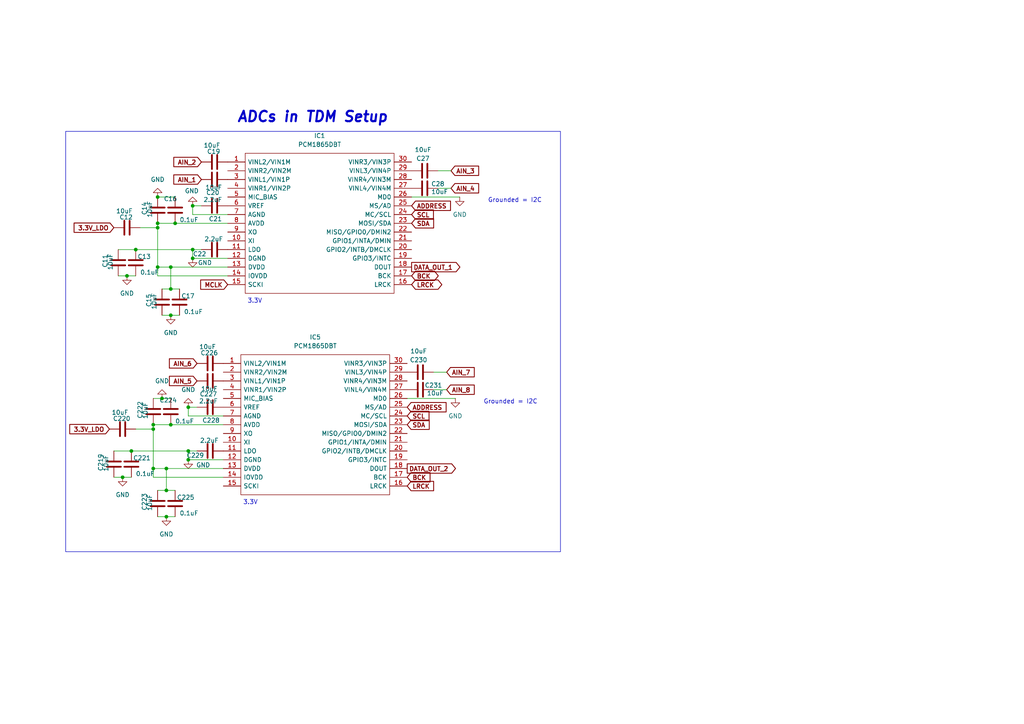
<source format=kicad_sch>
(kicad_sch
	(version 20231120)
	(generator "eeschema")
	(generator_version "8.0")
	(uuid "736b80ad-0b40-4628-ac75-845d5af6ec97")
	(paper "A4")
	(title_block
		(company "Michael Meyers")
	)
	(lib_symbols
		(symbol "Device:C"
			(pin_numbers hide)
			(pin_names
				(offset 0.254)
			)
			(exclude_from_sim no)
			(in_bom yes)
			(on_board yes)
			(property "Reference" "C"
				(at 0.635 2.54 0)
				(effects
					(font
						(size 1.27 1.27)
					)
					(justify left)
				)
			)
			(property "Value" "C"
				(at 0.635 -2.54 0)
				(effects
					(font
						(size 1.27 1.27)
					)
					(justify left)
				)
			)
			(property "Footprint" ""
				(at 0.9652 -3.81 0)
				(effects
					(font
						(size 1.27 1.27)
					)
					(hide yes)
				)
			)
			(property "Datasheet" "~"
				(at 0 0 0)
				(effects
					(font
						(size 1.27 1.27)
					)
					(hide yes)
				)
			)
			(property "Description" "Unpolarized capacitor"
				(at 0 0 0)
				(effects
					(font
						(size 1.27 1.27)
					)
					(hide yes)
				)
			)
			(property "ki_keywords" "cap capacitor"
				(at 0 0 0)
				(effects
					(font
						(size 1.27 1.27)
					)
					(hide yes)
				)
			)
			(property "ki_fp_filters" "C_*"
				(at 0 0 0)
				(effects
					(font
						(size 1.27 1.27)
					)
					(hide yes)
				)
			)
			(symbol "C_0_1"
				(polyline
					(pts
						(xy -2.032 -0.762) (xy 2.032 -0.762)
					)
					(stroke
						(width 0.508)
						(type default)
					)
					(fill
						(type none)
					)
				)
				(polyline
					(pts
						(xy -2.032 0.762) (xy 2.032 0.762)
					)
					(stroke
						(width 0.508)
						(type default)
					)
					(fill
						(type none)
					)
				)
			)
			(symbol "C_1_1"
				(pin passive line
					(at 0 3.81 270)
					(length 2.794)
					(name "~"
						(effects
							(font
								(size 1.27 1.27)
							)
						)
					)
					(number "1"
						(effects
							(font
								(size 1.27 1.27)
							)
						)
					)
				)
				(pin passive line
					(at 0 -3.81 90)
					(length 2.794)
					(name "~"
						(effects
							(font
								(size 1.27 1.27)
							)
						)
					)
					(number "2"
						(effects
							(font
								(size 1.27 1.27)
							)
						)
					)
				)
			)
		)
		(symbol "SamacSys_Parts:PCM1865DBT"
			(pin_names
				(offset 0.762)
			)
			(exclude_from_sim no)
			(in_bom yes)
			(on_board yes)
			(property "Reference" "IC"
				(at 49.53 7.62 0)
				(effects
					(font
						(size 1.27 1.27)
					)
					(justify left)
				)
			)
			(property "Value" "PCM1865DBT"
				(at 49.53 5.08 0)
				(effects
					(font
						(size 1.27 1.27)
					)
					(justify left)
				)
			)
			(property "Footprint" "SOP50P640X120-30N"
				(at 49.53 2.54 0)
				(effects
					(font
						(size 1.27 1.27)
					)
					(justify left)
					(hide yes)
				)
			)
			(property "Datasheet" "http://www.ti.com/lit/gpn/PCM1865"
				(at 49.53 0 0)
				(effects
					(font
						(size 1.27 1.27)
					)
					(justify left)
					(hide yes)
				)
			)
			(property "Description" "110dB 4-Channel Software-Controlled Audio ADC With Universal Front End"
				(at 0 0 0)
				(effects
					(font
						(size 1.27 1.27)
					)
					(hide yes)
				)
			)
			(property "Description_1" "110dB 4-Channel Software-Controlled Audio ADC With Universal Front End"
				(at 49.53 -2.54 0)
				(effects
					(font
						(size 1.27 1.27)
					)
					(justify left)
					(hide yes)
				)
			)
			(property "Height" "1.2"
				(at 49.53 -5.08 0)
				(effects
					(font
						(size 1.27 1.27)
					)
					(justify left)
					(hide yes)
				)
			)
			(property "Manufacturer_Name" "Texas Instruments"
				(at 49.53 -7.62 0)
				(effects
					(font
						(size 1.27 1.27)
					)
					(justify left)
					(hide yes)
				)
			)
			(property "Manufacturer_Part_Number" "PCM1865DBT"
				(at 49.53 -10.16 0)
				(effects
					(font
						(size 1.27 1.27)
					)
					(justify left)
					(hide yes)
				)
			)
			(property "Mouser Part Number" "595-PCM1865DBT"
				(at 49.53 -12.7 0)
				(effects
					(font
						(size 1.27 1.27)
					)
					(justify left)
					(hide yes)
				)
			)
			(property "Mouser Price/Stock" "https://www.mouser.co.uk/ProductDetail/Texas-Instruments/PCM1865DBT?qs=p08Uhw9w2Fxozgcazf2OFQ%3D%3D"
				(at 49.53 -15.24 0)
				(effects
					(font
						(size 1.27 1.27)
					)
					(justify left)
					(hide yes)
				)
			)
			(property "Arrow Part Number" "PCM1865DBT"
				(at 49.53 -17.78 0)
				(effects
					(font
						(size 1.27 1.27)
					)
					(justify left)
					(hide yes)
				)
			)
			(property "Arrow Price/Stock" "https://www.arrow.com/en/products/pcm1865dbt/texas-instruments?region=nac"
				(at 49.53 -20.32 0)
				(effects
					(font
						(size 1.27 1.27)
					)
					(justify left)
					(hide yes)
				)
			)
			(symbol "PCM1865DBT_0_0"
				(pin passive line
					(at 0 0 0)
					(length 5.08)
					(name "VINL2/VIN1M"
						(effects
							(font
								(size 1.27 1.27)
							)
						)
					)
					(number "1"
						(effects
							(font
								(size 1.27 1.27)
							)
						)
					)
				)
				(pin passive line
					(at 0 -22.86 0)
					(length 5.08)
					(name "XI"
						(effects
							(font
								(size 1.27 1.27)
							)
						)
					)
					(number "10"
						(effects
							(font
								(size 1.27 1.27)
							)
						)
					)
				)
				(pin passive line
					(at 0 -25.4 0)
					(length 5.08)
					(name "LDO"
						(effects
							(font
								(size 1.27 1.27)
							)
						)
					)
					(number "11"
						(effects
							(font
								(size 1.27 1.27)
							)
						)
					)
				)
				(pin passive line
					(at 0 -27.94 0)
					(length 5.08)
					(name "DGND"
						(effects
							(font
								(size 1.27 1.27)
							)
						)
					)
					(number "12"
						(effects
							(font
								(size 1.27 1.27)
							)
						)
					)
				)
				(pin passive line
					(at 0 -30.48 0)
					(length 5.08)
					(name "DVDD"
						(effects
							(font
								(size 1.27 1.27)
							)
						)
					)
					(number "13"
						(effects
							(font
								(size 1.27 1.27)
							)
						)
					)
				)
				(pin passive line
					(at 0 -33.02 0)
					(length 5.08)
					(name "IOVDD"
						(effects
							(font
								(size 1.27 1.27)
							)
						)
					)
					(number "14"
						(effects
							(font
								(size 1.27 1.27)
							)
						)
					)
				)
				(pin passive line
					(at 0 -35.56 0)
					(length 5.08)
					(name "SCKI"
						(effects
							(font
								(size 1.27 1.27)
							)
						)
					)
					(number "15"
						(effects
							(font
								(size 1.27 1.27)
							)
						)
					)
				)
				(pin passive line
					(at 53.34 -35.56 180)
					(length 5.08)
					(name "LRCK"
						(effects
							(font
								(size 1.27 1.27)
							)
						)
					)
					(number "16"
						(effects
							(font
								(size 1.27 1.27)
							)
						)
					)
				)
				(pin passive line
					(at 53.34 -33.02 180)
					(length 5.08)
					(name "BCK"
						(effects
							(font
								(size 1.27 1.27)
							)
						)
					)
					(number "17"
						(effects
							(font
								(size 1.27 1.27)
							)
						)
					)
				)
				(pin passive line
					(at 53.34 -30.48 180)
					(length 5.08)
					(name "DOUT"
						(effects
							(font
								(size 1.27 1.27)
							)
						)
					)
					(number "18"
						(effects
							(font
								(size 1.27 1.27)
							)
						)
					)
				)
				(pin passive line
					(at 53.34 -27.94 180)
					(length 5.08)
					(name "GPIO3/INTC"
						(effects
							(font
								(size 1.27 1.27)
							)
						)
					)
					(number "19"
						(effects
							(font
								(size 1.27 1.27)
							)
						)
					)
				)
				(pin passive line
					(at 0 -2.54 0)
					(length 5.08)
					(name "VINR2/VIN2M"
						(effects
							(font
								(size 1.27 1.27)
							)
						)
					)
					(number "2"
						(effects
							(font
								(size 1.27 1.27)
							)
						)
					)
				)
				(pin passive line
					(at 53.34 -25.4 180)
					(length 5.08)
					(name "GPIO2/INTB/DMCLK"
						(effects
							(font
								(size 1.27 1.27)
							)
						)
					)
					(number "20"
						(effects
							(font
								(size 1.27 1.27)
							)
						)
					)
				)
				(pin passive line
					(at 53.34 -22.86 180)
					(length 5.08)
					(name "GPIO1/INTA/DMIN"
						(effects
							(font
								(size 1.27 1.27)
							)
						)
					)
					(number "21"
						(effects
							(font
								(size 1.27 1.27)
							)
						)
					)
				)
				(pin passive line
					(at 53.34 -20.32 180)
					(length 5.08)
					(name "MISO/GPIO0/DMIN2"
						(effects
							(font
								(size 1.27 1.27)
							)
						)
					)
					(number "22"
						(effects
							(font
								(size 1.27 1.27)
							)
						)
					)
				)
				(pin passive line
					(at 53.34 -17.78 180)
					(length 5.08)
					(name "MOSI/SDA"
						(effects
							(font
								(size 1.27 1.27)
							)
						)
					)
					(number "23"
						(effects
							(font
								(size 1.27 1.27)
							)
						)
					)
				)
				(pin passive line
					(at 53.34 -15.24 180)
					(length 5.08)
					(name "MC/SCL"
						(effects
							(font
								(size 1.27 1.27)
							)
						)
					)
					(number "24"
						(effects
							(font
								(size 1.27 1.27)
							)
						)
					)
				)
				(pin passive line
					(at 53.34 -12.7 180)
					(length 5.08)
					(name "MS/AD"
						(effects
							(font
								(size 1.27 1.27)
							)
						)
					)
					(number "25"
						(effects
							(font
								(size 1.27 1.27)
							)
						)
					)
				)
				(pin passive line
					(at 53.34 -10.16 180)
					(length 5.08)
					(name "MD0"
						(effects
							(font
								(size 1.27 1.27)
							)
						)
					)
					(number "26"
						(effects
							(font
								(size 1.27 1.27)
							)
						)
					)
				)
				(pin passive line
					(at 53.34 -7.62 180)
					(length 5.08)
					(name "VINL4/VIN4M"
						(effects
							(font
								(size 1.27 1.27)
							)
						)
					)
					(number "27"
						(effects
							(font
								(size 1.27 1.27)
							)
						)
					)
				)
				(pin passive line
					(at 53.34 -5.08 180)
					(length 5.08)
					(name "VINR4/VIN3M"
						(effects
							(font
								(size 1.27 1.27)
							)
						)
					)
					(number "28"
						(effects
							(font
								(size 1.27 1.27)
							)
						)
					)
				)
				(pin passive line
					(at 53.34 -2.54 180)
					(length 5.08)
					(name "VINL3/VIN4P"
						(effects
							(font
								(size 1.27 1.27)
							)
						)
					)
					(number "29"
						(effects
							(font
								(size 1.27 1.27)
							)
						)
					)
				)
				(pin passive line
					(at 0 -5.08 0)
					(length 5.08)
					(name "VINL1/VIN1P"
						(effects
							(font
								(size 1.27 1.27)
							)
						)
					)
					(number "3"
						(effects
							(font
								(size 1.27 1.27)
							)
						)
					)
				)
				(pin passive line
					(at 53.34 0 180)
					(length 5.08)
					(name "VINR3/VIN3P"
						(effects
							(font
								(size 1.27 1.27)
							)
						)
					)
					(number "30"
						(effects
							(font
								(size 1.27 1.27)
							)
						)
					)
				)
				(pin passive line
					(at 0 -7.62 0)
					(length 5.08)
					(name "VINR1/VIN2P"
						(effects
							(font
								(size 1.27 1.27)
							)
						)
					)
					(number "4"
						(effects
							(font
								(size 1.27 1.27)
							)
						)
					)
				)
				(pin passive line
					(at 0 -10.16 0)
					(length 5.08)
					(name "MIC_BIAS"
						(effects
							(font
								(size 1.27 1.27)
							)
						)
					)
					(number "5"
						(effects
							(font
								(size 1.27 1.27)
							)
						)
					)
				)
				(pin passive line
					(at 0 -12.7 0)
					(length 5.08)
					(name "VREF"
						(effects
							(font
								(size 1.27 1.27)
							)
						)
					)
					(number "6"
						(effects
							(font
								(size 1.27 1.27)
							)
						)
					)
				)
				(pin passive line
					(at 0 -15.24 0)
					(length 5.08)
					(name "AGND"
						(effects
							(font
								(size 1.27 1.27)
							)
						)
					)
					(number "7"
						(effects
							(font
								(size 1.27 1.27)
							)
						)
					)
				)
				(pin passive line
					(at 0 -17.78 0)
					(length 5.08)
					(name "AVDD"
						(effects
							(font
								(size 1.27 1.27)
							)
						)
					)
					(number "8"
						(effects
							(font
								(size 1.27 1.27)
							)
						)
					)
				)
				(pin passive line
					(at 0 -20.32 0)
					(length 5.08)
					(name "XO"
						(effects
							(font
								(size 1.27 1.27)
							)
						)
					)
					(number "9"
						(effects
							(font
								(size 1.27 1.27)
							)
						)
					)
				)
			)
			(symbol "PCM1865DBT_0_1"
				(polyline
					(pts
						(xy 5.08 2.54) (xy 48.26 2.54) (xy 48.26 -38.1) (xy 5.08 -38.1) (xy 5.08 2.54)
					)
					(stroke
						(width 0.1524)
						(type solid)
					)
					(fill
						(type none)
					)
				)
			)
		)
		(symbol "power:GND"
			(power)
			(pin_numbers hide)
			(pin_names
				(offset 0) hide)
			(exclude_from_sim no)
			(in_bom yes)
			(on_board yes)
			(property "Reference" "#PWR"
				(at 0 -6.35 0)
				(effects
					(font
						(size 1.27 1.27)
					)
					(hide yes)
				)
			)
			(property "Value" "GND"
				(at 0 -3.81 0)
				(effects
					(font
						(size 1.27 1.27)
					)
				)
			)
			(property "Footprint" ""
				(at 0 0 0)
				(effects
					(font
						(size 1.27 1.27)
					)
					(hide yes)
				)
			)
			(property "Datasheet" ""
				(at 0 0 0)
				(effects
					(font
						(size 1.27 1.27)
					)
					(hide yes)
				)
			)
			(property "Description" "Power symbol creates a global label with name \"GND\" , ground"
				(at 0 0 0)
				(effects
					(font
						(size 1.27 1.27)
					)
					(hide yes)
				)
			)
			(property "ki_keywords" "global power"
				(at 0 0 0)
				(effects
					(font
						(size 1.27 1.27)
					)
					(hide yes)
				)
			)
			(symbol "GND_0_1"
				(polyline
					(pts
						(xy 0 0) (xy 0 -1.27) (xy 1.27 -1.27) (xy 0 -2.54) (xy -1.27 -1.27) (xy 0 -1.27)
					)
					(stroke
						(width 0)
						(type default)
					)
					(fill
						(type none)
					)
				)
			)
			(symbol "GND_1_1"
				(pin power_in line
					(at 0 0 270)
					(length 0)
					(name "~"
						(effects
							(font
								(size 1.27 1.27)
							)
						)
					)
					(number "1"
						(effects
							(font
								(size 1.27 1.27)
							)
						)
					)
				)
			)
		)
	)
	(junction
		(at 54.61 130.81)
		(diameter 0)
		(color 0 0 0 0)
		(uuid "0eb3862e-674a-4a6b-b9b9-5c3407ace7fe")
	)
	(junction
		(at 45.72 77.47)
		(diameter 0)
		(color 0 0 0 0)
		(uuid "10672449-d9de-42c7-b182-ca4f1bba25b9")
	)
	(junction
		(at 35.56 138.43)
		(diameter 0)
		(color 0 0 0 0)
		(uuid "163caf83-d63a-4a2e-90d1-5124627b68b2")
	)
	(junction
		(at 48.26 149.86)
		(diameter 0)
		(color 0 0 0 0)
		(uuid "1a1b5749-95a3-4937-ba0c-6d2ceb0c9a87")
	)
	(junction
		(at 38.1 130.81)
		(diameter 0)
		(color 0 0 0 0)
		(uuid "1d0414e3-4219-4368-9543-2c000e54785c")
	)
	(junction
		(at 55.88 74.93)
		(diameter 0)
		(color 0 0 0 0)
		(uuid "3039c491-8e98-4141-8b59-007521d0940a")
	)
	(junction
		(at 44.45 123.19)
		(diameter 0)
		(color 0 0 0 0)
		(uuid "365048ee-5fd9-4563-b46b-b7baa6dec6a2")
	)
	(junction
		(at 49.53 77.47)
		(diameter 0)
		(color 0 0 0 0)
		(uuid "3b89a7ff-28b7-45d6-affe-b59fd7919a55")
	)
	(junction
		(at 49.53 83.82)
		(diameter 0)
		(color 0 0 0 0)
		(uuid "494ac580-39ea-4b66-abff-99f57fe2472a")
	)
	(junction
		(at 46.99 115.57)
		(diameter 0)
		(color 0 0 0 0)
		(uuid "4f15e104-13a7-4a64-9701-d5de2df3c949")
	)
	(junction
		(at 48.26 135.89)
		(diameter 0)
		(color 0 0 0 0)
		(uuid "55bfb15c-df26-4c8a-a07b-3a0b68eb23c8")
	)
	(junction
		(at 48.26 142.24)
		(diameter 0)
		(color 0 0 0 0)
		(uuid "5e97274f-e72f-418b-94a2-8117ec7af53c")
	)
	(junction
		(at 55.88 59.69)
		(diameter 0)
		(color 0 0 0 0)
		(uuid "83adb027-a6b7-4545-915e-0422dc956bf2")
	)
	(junction
		(at 54.61 118.11)
		(diameter 0)
		(color 0 0 0 0)
		(uuid "98236875-1b3b-4581-bc96-5179f32b5f66")
	)
	(junction
		(at 45.72 64.77)
		(diameter 0)
		(color 0 0 0 0)
		(uuid "aaf4e352-018c-40ab-b01c-f07b075c3646")
	)
	(junction
		(at 49.53 91.44)
		(diameter 0)
		(color 0 0 0 0)
		(uuid "b070d325-43bd-4b67-aa34-fc5de5dfe5d5")
	)
	(junction
		(at 55.88 72.39)
		(diameter 0)
		(color 0 0 0 0)
		(uuid "b3a4734b-b9d8-4504-add3-89b93bfe5c52")
	)
	(junction
		(at 49.53 123.19)
		(diameter 0)
		(color 0 0 0 0)
		(uuid "c8b2044e-9dac-48d2-a38b-1402ed4aeedc")
	)
	(junction
		(at 36.83 80.01)
		(diameter 0)
		(color 0 0 0 0)
		(uuid "da9c0af6-27ad-4cb9-8283-3264340c7857")
	)
	(junction
		(at 39.37 72.39)
		(diameter 0)
		(color 0 0 0 0)
		(uuid "df161eda-7c94-4573-9664-5b45cd5bf0e9")
	)
	(junction
		(at 45.72 57.15)
		(diameter 0)
		(color 0 0 0 0)
		(uuid "e212d94e-2849-480e-8b74-dfe6f646c93b")
	)
	(junction
		(at 50.8 64.77)
		(diameter 0)
		(color 0 0 0 0)
		(uuid "ee6a2dd4-64d9-4d6d-8f44-88169bf19831")
	)
	(junction
		(at 45.72 66.04)
		(diameter 0)
		(color 0 0 0 0)
		(uuid "eea7414b-fe38-4aef-a8f6-e234057e0948")
	)
	(junction
		(at 54.61 133.35)
		(diameter 0)
		(color 0 0 0 0)
		(uuid "f1430cf8-629b-4b13-95fb-1af211339146")
	)
	(junction
		(at 44.45 124.46)
		(diameter 0)
		(color 0 0 0 0)
		(uuid "f8792884-11e1-4411-b99c-4873d1f67670")
	)
	(junction
		(at 44.45 135.89)
		(diameter 0)
		(color 0 0 0 0)
		(uuid "feba45bf-fceb-4311-ba77-ca51408e9a7e")
	)
	(wire
		(pts
			(xy 49.53 83.82) (xy 52.07 83.82)
		)
		(stroke
			(width 0)
			(type default)
		)
		(uuid "07958a3c-81ec-4d96-9037-8ab4e8221322")
	)
	(wire
		(pts
			(xy 38.1 130.81) (xy 54.61 130.81)
		)
		(stroke
			(width 0)
			(type default)
		)
		(uuid "090a982b-1e03-4986-86cd-c2ba7139907a")
	)
	(wire
		(pts
			(xy 54.61 130.81) (xy 57.15 130.81)
		)
		(stroke
			(width 0)
			(type default)
		)
		(uuid "0e429d04-ea2d-49c1-8c51-c38a667909da")
	)
	(wire
		(pts
			(xy 44.45 135.89) (xy 44.45 124.46)
		)
		(stroke
			(width 0)
			(type default)
		)
		(uuid "0fb2fcaa-62bc-4f9a-bf5c-51f8d6be33fe")
	)
	(wire
		(pts
			(xy 45.72 142.24) (xy 48.26 142.24)
		)
		(stroke
			(width 0)
			(type default)
		)
		(uuid "122ecf94-0368-4345-96df-9548ec92eca4")
	)
	(wire
		(pts
			(xy 49.53 77.47) (xy 49.53 83.82)
		)
		(stroke
			(width 0)
			(type default)
		)
		(uuid "13424dd4-cc61-4828-8067-80c4a1c648d3")
	)
	(wire
		(pts
			(xy 54.61 120.65) (xy 64.77 120.65)
		)
		(stroke
			(width 0)
			(type default)
		)
		(uuid "165c14c8-aaf0-41fd-9c51-dc7840ff5be2")
	)
	(wire
		(pts
			(xy 54.61 118.11) (xy 54.61 120.65)
		)
		(stroke
			(width 0)
			(type default)
		)
		(uuid "16d6ad03-3a1e-4a18-8399-4a5c1568ee91")
	)
	(wire
		(pts
			(xy 45.72 149.86) (xy 48.26 149.86)
		)
		(stroke
			(width 0)
			(type default)
		)
		(uuid "1a216e43-67ea-4420-9620-1da780325ce9")
	)
	(wire
		(pts
			(xy 33.02 138.43) (xy 35.56 138.43)
		)
		(stroke
			(width 0)
			(type default)
		)
		(uuid "1e2f4706-3a45-402c-8607-03286c038999")
	)
	(wire
		(pts
			(xy 49.53 77.47) (xy 45.72 77.47)
		)
		(stroke
			(width 0)
			(type default)
		)
		(uuid "2922db8c-32a2-4980-ab55-9e84500594af")
	)
	(wire
		(pts
			(xy 130.81 54.61) (xy 127 54.61)
		)
		(stroke
			(width 0)
			(type default)
		)
		(uuid "2c513ab2-6958-41ca-a9d7-5e346721ab3f")
	)
	(wire
		(pts
			(xy 48.26 135.89) (xy 44.45 135.89)
		)
		(stroke
			(width 0)
			(type default)
		)
		(uuid "35442c82-91e5-4c62-9dcd-6eb9a4caca8b")
	)
	(wire
		(pts
			(xy 34.29 72.39) (xy 39.37 72.39)
		)
		(stroke
			(width 0)
			(type default)
		)
		(uuid "395e7758-9b02-47c6-9d18-eb984c1396f4")
	)
	(wire
		(pts
			(xy 45.72 77.47) (xy 45.72 66.04)
		)
		(stroke
			(width 0)
			(type default)
		)
		(uuid "403a6050-7494-4fab-bcaa-fa4e9ea9929f")
	)
	(wire
		(pts
			(xy 46.99 83.82) (xy 49.53 83.82)
		)
		(stroke
			(width 0)
			(type default)
		)
		(uuid "4177f8c0-4de8-456f-9faf-398482309f19")
	)
	(wire
		(pts
			(xy 49.53 91.44) (xy 52.07 91.44)
		)
		(stroke
			(width 0)
			(type default)
		)
		(uuid "433bb0d3-dcbb-4ca4-b8bb-2904b91f079d")
	)
	(wire
		(pts
			(xy 50.8 64.77) (xy 45.72 64.77)
		)
		(stroke
			(width 0)
			(type default)
		)
		(uuid "4897f1fb-b744-4151-8a8f-470f8e6ec5c2")
	)
	(wire
		(pts
			(xy 118.11 115.57) (xy 132.08 115.57)
		)
		(stroke
			(width 0)
			(type default)
		)
		(uuid "4cc7202b-b51a-46e3-9b85-d77d777afdae")
	)
	(wire
		(pts
			(xy 46.99 115.57) (xy 49.53 115.57)
		)
		(stroke
			(width 0)
			(type default)
		)
		(uuid "51db1809-4c3f-4081-8bc9-1d8fcea091b2")
	)
	(wire
		(pts
			(xy 36.83 80.01) (xy 39.37 80.01)
		)
		(stroke
			(width 0)
			(type default)
		)
		(uuid "5604099d-006e-4b9c-9bda-afb0d47eddee")
	)
	(wire
		(pts
			(xy 45.72 57.15) (xy 50.8 57.15)
		)
		(stroke
			(width 0)
			(type default)
		)
		(uuid "5df9b8fe-d9c7-46cd-bfe2-17e64c5f936c")
	)
	(wire
		(pts
			(xy 34.29 80.01) (xy 36.83 80.01)
		)
		(stroke
			(width 0)
			(type default)
		)
		(uuid "5f4212a9-6f9a-4633-b074-4540aba5950f")
	)
	(wire
		(pts
			(xy 46.99 91.44) (xy 49.53 91.44)
		)
		(stroke
			(width 0)
			(type default)
		)
		(uuid "6b8ca97c-7ea3-4c58-8839-665b9cbb02eb")
	)
	(wire
		(pts
			(xy 66.04 74.93) (xy 55.88 74.93)
		)
		(stroke
			(width 0)
			(type default)
		)
		(uuid "6e2f44c9-65ef-47c2-92ee-de5514703ecf")
	)
	(wire
		(pts
			(xy 55.88 59.69) (xy 55.88 62.23)
		)
		(stroke
			(width 0)
			(type default)
		)
		(uuid "70f6750f-ba85-4561-a3bb-9d301300173d")
	)
	(wire
		(pts
			(xy 44.45 115.57) (xy 46.99 115.57)
		)
		(stroke
			(width 0)
			(type default)
		)
		(uuid "762c2755-5297-417e-8763-3db8eb021e23")
	)
	(wire
		(pts
			(xy 44.45 138.43) (xy 44.45 135.89)
		)
		(stroke
			(width 0)
			(type default)
		)
		(uuid "77698277-be48-4689-8ce8-14c20dc7c1ef")
	)
	(wire
		(pts
			(xy 57.15 118.11) (xy 54.61 118.11)
		)
		(stroke
			(width 0)
			(type default)
		)
		(uuid "7a371b8c-e851-45fb-bc6c-1b46e26cd89a")
	)
	(wire
		(pts
			(xy 35.56 138.43) (xy 38.1 138.43)
		)
		(stroke
			(width 0)
			(type default)
		)
		(uuid "7d69fe7a-1dc8-4a78-9ad6-ca6f43fd599c")
	)
	(wire
		(pts
			(xy 129.54 113.03) (xy 125.73 113.03)
		)
		(stroke
			(width 0)
			(type default)
		)
		(uuid "8119af1d-4bbe-4afa-be08-e3ca9f480b40")
	)
	(wire
		(pts
			(xy 64.77 123.19) (xy 49.53 123.19)
		)
		(stroke
			(width 0)
			(type default)
		)
		(uuid "843e51bb-f8ba-49f5-9810-87b5ebb955a7")
	)
	(wire
		(pts
			(xy 64.77 133.35) (xy 54.61 133.35)
		)
		(stroke
			(width 0)
			(type default)
		)
		(uuid "8d679cb6-4fd8-424a-bf91-77a8b85ff220")
	)
	(wire
		(pts
			(xy 45.72 80.01) (xy 45.72 77.47)
		)
		(stroke
			(width 0)
			(type default)
		)
		(uuid "9178d206-50c1-4eca-8460-50ba18e40f8a")
	)
	(wire
		(pts
			(xy 48.26 142.24) (xy 50.8 142.24)
		)
		(stroke
			(width 0)
			(type default)
		)
		(uuid "9985efaf-0c93-468b-9ebc-9f61ab006430")
	)
	(wire
		(pts
			(xy 55.88 72.39) (xy 55.88 74.93)
		)
		(stroke
			(width 0)
			(type default)
		)
		(uuid "9a16ea3b-6b84-4668-b478-b129ceff8510")
	)
	(wire
		(pts
			(xy 55.88 72.39) (xy 58.42 72.39)
		)
		(stroke
			(width 0)
			(type default)
		)
		(uuid "9b7aa955-5d6b-42d4-aea3-4a0339e38e8a")
	)
	(wire
		(pts
			(xy 66.04 77.47) (xy 49.53 77.47)
		)
		(stroke
			(width 0)
			(type default)
		)
		(uuid "a071a428-211b-41d0-998a-8570a6186d6d")
	)
	(wire
		(pts
			(xy 119.38 57.15) (xy 133.35 57.15)
		)
		(stroke
			(width 0)
			(type default)
		)
		(uuid "a8859111-7826-42ea-b994-53a5b72eb06d")
	)
	(wire
		(pts
			(xy 64.77 135.89) (xy 48.26 135.89)
		)
		(stroke
			(width 0)
			(type default)
		)
		(uuid "ad6f3745-8463-4bca-85bc-476415bca5e3")
	)
	(wire
		(pts
			(xy 66.04 64.77) (xy 50.8 64.77)
		)
		(stroke
			(width 0)
			(type default)
		)
		(uuid "b161d9e4-3a60-469f-98bd-e46f226b46f6")
	)
	(wire
		(pts
			(xy 49.53 123.19) (xy 44.45 123.19)
		)
		(stroke
			(width 0)
			(type default)
		)
		(uuid "bae6aef3-bcdf-41ea-bd64-7f77f4eb3335")
	)
	(wire
		(pts
			(xy 130.81 49.53) (xy 127 49.53)
		)
		(stroke
			(width 0)
			(type default)
		)
		(uuid "c1022650-8153-4173-a85e-e3c4ae0e9ec5")
	)
	(wire
		(pts
			(xy 55.88 62.23) (xy 66.04 62.23)
		)
		(stroke
			(width 0)
			(type default)
		)
		(uuid "c424dd93-13d4-46af-85e6-2844c6419c0c")
	)
	(wire
		(pts
			(xy 48.26 149.86) (xy 50.8 149.86)
		)
		(stroke
			(width 0)
			(type default)
		)
		(uuid "c47bc429-3e7b-4e00-88d3-84c680132475")
	)
	(wire
		(pts
			(xy 58.42 59.69) (xy 55.88 59.69)
		)
		(stroke
			(width 0)
			(type default)
		)
		(uuid "c8b5e1b0-292c-43d6-95dd-9267b5645595")
	)
	(wire
		(pts
			(xy 40.64 66.04) (xy 45.72 66.04)
		)
		(stroke
			(width 0)
			(type default)
		)
		(uuid "d4f1b74c-ffe3-4831-9cc0-7f742a9e96c3")
	)
	(wire
		(pts
			(xy 39.37 72.39) (xy 55.88 72.39)
		)
		(stroke
			(width 0)
			(type default)
		)
		(uuid "dcb1b42f-7b75-4a2b-93cb-53cc3d25f4a9")
	)
	(wire
		(pts
			(xy 54.61 130.81) (xy 54.61 133.35)
		)
		(stroke
			(width 0)
			(type default)
		)
		(uuid "dd9933cb-06c0-456b-a7e8-1786b1a5061a")
	)
	(wire
		(pts
			(xy 44.45 123.19) (xy 44.45 124.46)
		)
		(stroke
			(width 0)
			(type default)
		)
		(uuid "ddc5aacb-587f-4b77-b65d-5d8fb79d7862")
	)
	(wire
		(pts
			(xy 45.72 64.77) (xy 45.72 66.04)
		)
		(stroke
			(width 0)
			(type default)
		)
		(uuid "e0467e0d-e2cc-40cc-aa1e-591df15408ce")
	)
	(wire
		(pts
			(xy 64.77 138.43) (xy 44.45 138.43)
		)
		(stroke
			(width 0)
			(type default)
		)
		(uuid "e2f0f8f6-2687-45da-b175-f8a40d737ad2")
	)
	(wire
		(pts
			(xy 129.54 107.95) (xy 125.73 107.95)
		)
		(stroke
			(width 0)
			(type default)
		)
		(uuid "eb3f05c4-cf8d-4078-a804-f78fb225cb85")
	)
	(wire
		(pts
			(xy 39.37 124.46) (xy 44.45 124.46)
		)
		(stroke
			(width 0)
			(type default)
		)
		(uuid "f509c116-08c4-4f1f-a454-8e7f3bace2ff")
	)
	(wire
		(pts
			(xy 48.26 135.89) (xy 48.26 142.24)
		)
		(stroke
			(width 0)
			(type default)
		)
		(uuid "f6fab95b-60f8-46f3-b820-05ecdabcb884")
	)
	(wire
		(pts
			(xy 33.02 130.81) (xy 38.1 130.81)
		)
		(stroke
			(width 0)
			(type default)
		)
		(uuid "fc16a61c-1dbe-4e49-b227-40d2888cb1eb")
	)
	(wire
		(pts
			(xy 66.04 80.01) (xy 45.72 80.01)
		)
		(stroke
			(width 0)
			(type default)
		)
		(uuid "fdf85b41-162a-4f9f-9682-f56b180fbe1c")
	)
	(rectangle
		(start 19.05 38.1)
		(end 162.56 160.02)
		(stroke
			(width 0)
			(type default)
		)
		(fill
			(type none)
		)
		(uuid 20dd4a77-df24-4293-b06f-29444658b9da)
	)
	(text "3.3V"
		(exclude_from_sim no)
		(at 72.644 145.796 0)
		(effects
			(font
				(size 1.27 1.27)
			)
		)
		(uuid "3528ed52-cecc-4f0b-a5d7-2f31b3d28a72")
	)
	(text "3.3V"
		(exclude_from_sim no)
		(at 73.914 87.376 0)
		(effects
			(font
				(size 1.27 1.27)
			)
		)
		(uuid "65e1d365-4cb8-4de7-bc0e-c0c0f317596a")
	)
	(text "Grounded = I2C\n"
		(exclude_from_sim no)
		(at 149.352 58.166 0)
		(effects
			(font
				(size 1.27 1.27)
			)
		)
		(uuid "7717dec5-adf7-4bbf-ba13-69bc0b8230e5")
	)
	(text "Grounded = I2C\n"
		(exclude_from_sim no)
		(at 148.082 116.586 0)
		(effects
			(font
				(size 1.27 1.27)
			)
		)
		(uuid "8f14ca7a-c0ae-4500-ad4d-c39f25f4ad26")
	)
	(text "ADCs in TDM Setup"
		(exclude_from_sim no)
		(at 90.678 34.036 0)
		(effects
			(font
				(size 3 3)
				(thickness 0.6)
				(bold yes)
				(italic yes)
			)
		)
		(uuid "e3168b3b-9c89-49fc-97e6-3679ec497738")
	)
	(global_label "SDA"
		(shape input)
		(at 119.38 64.77 0)
		(fields_autoplaced yes)
		(effects
			(font
				(size 1.27 1.27)
				(bold yes)
			)
			(justify left)
		)
		(uuid "0f302652-6fd0-4a04-a453-abec00689350")
		(property "Intersheetrefs" "${INTERSHEET_REFS}"
			(at 126.4093 64.77 0)
			(effects
				(font
					(size 1.27 1.27)
				)
				(justify left)
				(hide yes)
			)
		)
	)
	(global_label "BCK"
		(shape bidirectional)
		(at 119.38 80.01 0)
		(fields_autoplaced yes)
		(effects
			(font
				(size 1.27 1.27)
				(bold yes)
			)
			(justify left)
		)
		(uuid "113c86f9-d303-4b99-8b03-2f901115ae8b")
		(property "Intersheetrefs" "${INTERSHEET_REFS}"
			(at 127.7625 80.01 0)
			(effects
				(font
					(size 1.27 1.27)
				)
				(justify left)
				(hide yes)
			)
		)
	)
	(global_label "AIN_3"
		(shape input)
		(at 130.81 49.53 0)
		(fields_autoplaced yes)
		(effects
			(font
				(size 1.27 1.27)
				(bold yes)
			)
			(justify left)
		)
		(uuid "1b452269-3e4c-47d2-b7fd-e69274d78185")
		(property "Intersheetrefs" "${INTERSHEET_REFS}"
			(at 139.4722 49.53 0)
			(effects
				(font
					(size 1.27 1.27)
				)
				(justify left)
				(hide yes)
			)
		)
	)
	(global_label "3.3V_LDO"
		(shape input)
		(at 31.75 124.46 180)
		(fields_autoplaced yes)
		(effects
			(font
				(size 1.27 1.27)
				(bold yes)
			)
			(justify right)
		)
		(uuid "1dbe2312-a661-4cd3-b955-050cfedf47aa")
		(property "Intersheetrefs" "${INTERSHEET_REFS}"
			(at 19.5802 124.46 0)
			(effects
				(font
					(size 1.27 1.27)
				)
				(justify right)
				(hide yes)
			)
		)
	)
	(global_label "AIN_1"
		(shape input)
		(at 58.42 52.07 180)
		(fields_autoplaced yes)
		(effects
			(font
				(size 1.27 1.27)
				(bold yes)
			)
			(justify right)
		)
		(uuid "2ee213f7-8465-45df-899e-c6ebca261747")
		(property "Intersheetrefs" "${INTERSHEET_REFS}"
			(at 49.7578 52.07 0)
			(effects
				(font
					(size 1.27 1.27)
				)
				(justify right)
				(hide yes)
			)
		)
	)
	(global_label "SCL"
		(shape input)
		(at 118.11 120.65 0)
		(fields_autoplaced yes)
		(effects
			(font
				(size 1.27 1.27)
				(bold yes)
			)
			(justify left)
		)
		(uuid "42db4172-eae6-4159-83f4-811b5e831673")
		(property "Intersheetrefs" "${INTERSHEET_REFS}"
			(at 125.0788 120.65 0)
			(effects
				(font
					(size 1.27 1.27)
				)
				(justify left)
				(hide yes)
			)
		)
	)
	(global_label "MCLK"
		(shape input)
		(at 66.04 82.55 180)
		(fields_autoplaced yes)
		(effects
			(font
				(size 1.27 1.27)
				(bold yes)
			)
			(justify right)
		)
		(uuid "49f5a2dd-c242-4a66-b55c-ff68c4a43471")
		(property "Intersheetrefs" "${INTERSHEET_REFS}"
			(at 57.5593 82.55 0)
			(effects
				(font
					(size 1.27 1.27)
				)
				(justify right)
				(hide yes)
			)
		)
	)
	(global_label "LRCK"
		(shape bidirectional)
		(at 119.38 82.55 0)
		(fields_autoplaced yes)
		(effects
			(font
				(size 1.27 1.27)
				(bold yes)
			)
			(justify left)
		)
		(uuid "4f5cec80-89f9-4142-b956-18bfd03facbc")
		(property "Intersheetrefs" "${INTERSHEET_REFS}"
			(at 128.7906 82.55 0)
			(effects
				(font
					(size 1.27 1.27)
				)
				(justify left)
				(hide yes)
			)
		)
	)
	(global_label "LRCK"
		(shape input)
		(at 118.11 140.97 0)
		(fields_autoplaced yes)
		(effects
			(font
				(size 1.27 1.27)
				(bold yes)
			)
			(justify left)
		)
		(uuid "6326d737-bea2-4063-9b78-24152257b1dd")
		(property "Intersheetrefs" "${INTERSHEET_REFS}"
			(at 126.4093 140.97 0)
			(effects
				(font
					(size 1.27 1.27)
				)
				(justify left)
				(hide yes)
			)
		)
	)
	(global_label "ADDRESS"
		(shape input)
		(at 119.38 59.69 0)
		(fields_autoplaced yes)
		(effects
			(font
				(size 1.27 1.27)
				(bold yes)
			)
			(justify left)
		)
		(uuid "79620ded-b1e4-4fd7-82bc-ab40d00e27cd")
		(property "Intersheetrefs" "${INTERSHEET_REFS}"
			(at 131.3078 59.69 0)
			(effects
				(font
					(size 1.27 1.27)
				)
				(justify left)
				(hide yes)
			)
		)
	)
	(global_label "AIN_2"
		(shape input)
		(at 58.42 46.99 180)
		(fields_autoplaced yes)
		(effects
			(font
				(size 1.27 1.27)
				(bold yes)
			)
			(justify right)
		)
		(uuid "81faf460-0458-4176-987f-0a66709c212a")
		(property "Intersheetrefs" "${INTERSHEET_REFS}"
			(at 49.7578 46.99 0)
			(effects
				(font
					(size 1.27 1.27)
				)
				(justify right)
				(hide yes)
			)
		)
	)
	(global_label "AIN_8"
		(shape input)
		(at 129.54 113.03 0)
		(fields_autoplaced yes)
		(effects
			(font
				(size 1.27 1.27)
				(bold yes)
			)
			(justify left)
		)
		(uuid "82508864-2daa-4bbb-a851-d9725534e478")
		(property "Intersheetrefs" "${INTERSHEET_REFS}"
			(at 138.2022 113.03 0)
			(effects
				(font
					(size 1.27 1.27)
				)
				(justify left)
				(hide yes)
			)
		)
	)
	(global_label "DATA_OUT_1"
		(shape output)
		(at 119.38 77.47 0)
		(fields_autoplaced yes)
		(effects
			(font
				(size 1.27 1.27)
				(bold yes)
			)
			(justify left)
		)
		(uuid "84f99a32-e4be-47dd-b08e-decf46975ed3")
		(property "Intersheetrefs" "${INTERSHEET_REFS}"
			(at 134.0293 77.47 0)
			(effects
				(font
					(size 1.27 1.27)
				)
				(justify left)
				(hide yes)
			)
		)
	)
	(global_label "3.3V_LDO"
		(shape input)
		(at 33.02 66.04 180)
		(fields_autoplaced yes)
		(effects
			(font
				(size 1.27 1.27)
				(bold yes)
			)
			(justify right)
		)
		(uuid "9afade1e-ad9f-460c-8cbd-9da74a18b7bd")
		(property "Intersheetrefs" "${INTERSHEET_REFS}"
			(at 20.8502 66.04 0)
			(effects
				(font
					(size 1.27 1.27)
				)
				(justify right)
				(hide yes)
			)
		)
	)
	(global_label "AIN_7"
		(shape input)
		(at 129.54 107.95 0)
		(fields_autoplaced yes)
		(effects
			(font
				(size 1.27 1.27)
				(bold yes)
			)
			(justify left)
		)
		(uuid "9b0bb33b-e346-45a8-a23d-c41f40390827")
		(property "Intersheetrefs" "${INTERSHEET_REFS}"
			(at 138.2022 107.95 0)
			(effects
				(font
					(size 1.27 1.27)
				)
				(justify left)
				(hide yes)
			)
		)
	)
	(global_label "ADDRESS"
		(shape input)
		(at 118.11 118.11 0)
		(fields_autoplaced yes)
		(effects
			(font
				(size 1.27 1.27)
				(bold yes)
			)
			(justify left)
		)
		(uuid "9f89f1d5-680d-4019-a154-44cae70028ba")
		(property "Intersheetrefs" "${INTERSHEET_REFS}"
			(at 130.0378 118.11 0)
			(effects
				(font
					(size 1.27 1.27)
				)
				(justify left)
				(hide yes)
			)
		)
	)
	(global_label "AIN_6"
		(shape input)
		(at 57.15 105.41 180)
		(fields_autoplaced yes)
		(effects
			(font
				(size 1.27 1.27)
				(bold yes)
			)
			(justify right)
		)
		(uuid "a59b1659-c808-49f7-918d-37aac7d09dba")
		(property "Intersheetrefs" "${INTERSHEET_REFS}"
			(at 48.4878 105.41 0)
			(effects
				(font
					(size 1.27 1.27)
				)
				(justify right)
				(hide yes)
			)
		)
	)
	(global_label "SCL"
		(shape input)
		(at 119.38 62.23 0)
		(fields_autoplaced yes)
		(effects
			(font
				(size 1.27 1.27)
				(bold yes)
			)
			(justify left)
		)
		(uuid "afe59938-db7d-4875-9bb9-43820d9fbd02")
		(property "Intersheetrefs" "${INTERSHEET_REFS}"
			(at 126.3488 62.23 0)
			(effects
				(font
					(size 1.27 1.27)
				)
				(justify left)
				(hide yes)
			)
		)
	)
	(global_label "SDA"
		(shape input)
		(at 118.11 123.19 0)
		(fields_autoplaced yes)
		(effects
			(font
				(size 1.27 1.27)
				(bold yes)
			)
			(justify left)
		)
		(uuid "b24e488f-d9cc-4e10-b69d-1eb66d0f25fc")
		(property "Intersheetrefs" "${INTERSHEET_REFS}"
			(at 125.1393 123.19 0)
			(effects
				(font
					(size 1.27 1.27)
				)
				(justify left)
				(hide yes)
			)
		)
	)
	(global_label "BCK"
		(shape input)
		(at 118.11 138.43 0)
		(fields_autoplaced yes)
		(effects
			(font
				(size 1.27 1.27)
				(bold yes)
			)
			(justify left)
		)
		(uuid "bfc70f35-4d19-439b-a244-d2944da45682")
		(property "Intersheetrefs" "${INTERSHEET_REFS}"
			(at 125.3812 138.43 0)
			(effects
				(font
					(size 1.27 1.27)
				)
				(justify left)
				(hide yes)
			)
		)
	)
	(global_label "AIN_4"
		(shape input)
		(at 130.81 54.61 0)
		(fields_autoplaced yes)
		(effects
			(font
				(size 1.27 1.27)
				(bold yes)
			)
			(justify left)
		)
		(uuid "d1e54da8-f850-41d4-85ce-6d2550fda730")
		(property "Intersheetrefs" "${INTERSHEET_REFS}"
			(at 139.4722 54.61 0)
			(effects
				(font
					(size 1.27 1.27)
				)
				(justify left)
				(hide yes)
			)
		)
	)
	(global_label "AIN_5"
		(shape input)
		(at 57.15 110.49 180)
		(fields_autoplaced yes)
		(effects
			(font
				(size 1.27 1.27)
				(bold yes)
			)
			(justify right)
		)
		(uuid "ee09042d-7b41-4cd9-b7b6-73087f1c868f")
		(property "Intersheetrefs" "${INTERSHEET_REFS}"
			(at 48.4878 110.49 0)
			(effects
				(font
					(size 1.27 1.27)
				)
				(justify right)
				(hide yes)
			)
		)
	)
	(global_label "DATA_OUT_2"
		(shape output)
		(at 118.11 135.89 0)
		(fields_autoplaced yes)
		(effects
			(font
				(size 1.27 1.27)
				(bold yes)
			)
			(justify left)
		)
		(uuid "fe8635d9-5c0e-44bc-aaf8-883a469f7092")
		(property "Intersheetrefs" "${INTERSHEET_REFS}"
			(at 132.7593 135.89 0)
			(effects
				(font
					(size 1.27 1.27)
				)
				(justify left)
				(hide yes)
			)
		)
	)
	(symbol
		(lib_id "Device:C")
		(at 50.8 60.96 0)
		(unit 1)
		(exclude_from_sim no)
		(in_bom yes)
		(on_board no)
		(dnp no)
		(uuid "00f25ce0-4667-48f9-b41d-f8bc8360d963")
		(property "Reference" "C16"
			(at 47.498 57.658 0)
			(effects
				(font
					(size 1.27 1.27)
				)
				(justify left)
			)
		)
		(property "Value" "0.1uF"
			(at 52.07 63.754 0)
			(effects
				(font
					(size 1.27 1.27)
				)
				(justify left)
			)
		)
		(property "Footprint" "Capacitor_SMD:C_0805_2012Metric"
			(at 51.7652 64.77 0)
			(effects
				(font
					(size 1.27 1.27)
				)
				(hide yes)
			)
		)
		(property "Datasheet" "~"
			(at 50.8 60.96 0)
			(effects
				(font
					(size 1.27 1.27)
				)
				(hide yes)
			)
		)
		(property "Description" "Unpolarized capacitor"
			(at 50.8 60.96 0)
			(effects
				(font
					(size 1.27 1.27)
				)
				(hide yes)
			)
		)
		(pin "1"
			(uuid "713bf632-f00d-40ff-beb7-6c91e81b3078")
		)
		(pin "2"
			(uuid "d1c8177e-7c59-4647-8a05-263834b5811b")
		)
		(instances
			(project "Power_Supplies"
				(path "/5266cf9e-da90-4c53-80fd-cf3dbed42632/8f3dd01b-e3ea-4f9d-9f95-d4c91dcdbd45"
					(reference "C16")
					(unit 1)
				)
			)
		)
	)
	(symbol
		(lib_id "Device:C")
		(at 35.56 124.46 90)
		(unit 1)
		(exclude_from_sim no)
		(in_bom yes)
		(on_board no)
		(dnp no)
		(uuid "052fedf7-5483-432c-894e-4b7d40fdc98a")
		(property "Reference" "C220"
			(at 35.306 121.412 90)
			(effects
				(font
					(size 1.27 1.27)
				)
			)
		)
		(property "Value" "10uF"
			(at 34.798 119.634 90)
			(effects
				(font
					(size 1.27 1.27)
				)
			)
		)
		(property "Footprint" "Capacitor_SMD:C_0805_2012Metric"
			(at 39.37 123.4948 0)
			(effects
				(font
					(size 1.27 1.27)
				)
				(hide yes)
			)
		)
		(property "Datasheet" "~"
			(at 35.56 124.46 0)
			(effects
				(font
					(size 1.27 1.27)
				)
				(hide yes)
			)
		)
		(property "Description" "Unpolarized capacitor"
			(at 35.56 124.46 0)
			(effects
				(font
					(size 1.27 1.27)
				)
				(hide yes)
			)
		)
		(pin "1"
			(uuid "06c4ef9a-ff50-4fe2-a7d2-ae1a51d8ce8d")
		)
		(pin "2"
			(uuid "acb48143-f98e-4a29-9b86-690824aa7bdc")
		)
		(instances
			(project "Power_Supplies"
				(path "/5266cf9e-da90-4c53-80fd-cf3dbed42632/8f3dd01b-e3ea-4f9d-9f95-d4c91dcdbd45"
					(reference "C220")
					(unit 1)
				)
			)
		)
	)
	(symbol
		(lib_id "Device:C")
		(at 50.8 146.05 0)
		(unit 1)
		(exclude_from_sim no)
		(in_bom yes)
		(on_board no)
		(dnp no)
		(uuid "054da631-eb54-4555-8114-fe6048440bef")
		(property "Reference" "C225"
			(at 51.308 144.272 0)
			(effects
				(font
					(size 1.27 1.27)
				)
				(justify left)
			)
		)
		(property "Value" "0.1uF"
			(at 52.07 148.844 0)
			(effects
				(font
					(size 1.27 1.27)
				)
				(justify left)
			)
		)
		(property "Footprint" "Capacitor_SMD:C_0805_2012Metric"
			(at 51.7652 149.86 0)
			(effects
				(font
					(size 1.27 1.27)
				)
				(hide yes)
			)
		)
		(property "Datasheet" "~"
			(at 50.8 146.05 0)
			(effects
				(font
					(size 1.27 1.27)
				)
				(hide yes)
			)
		)
		(property "Description" "Unpolarized capacitor"
			(at 50.8 146.05 0)
			(effects
				(font
					(size 1.27 1.27)
				)
				(hide yes)
			)
		)
		(pin "1"
			(uuid "584c600a-e7e9-4749-8cb4-f39145d7fe88")
		)
		(pin "2"
			(uuid "22f8e7a3-fa9d-4bd7-bbad-1379492a17e8")
		)
		(instances
			(project "Power_Supplies"
				(path "/5266cf9e-da90-4c53-80fd-cf3dbed42632/8f3dd01b-e3ea-4f9d-9f95-d4c91dcdbd45"
					(reference "C225")
					(unit 1)
				)
			)
		)
	)
	(symbol
		(lib_id "Device:C")
		(at 38.1 134.62 0)
		(unit 1)
		(exclude_from_sim no)
		(in_bom yes)
		(on_board no)
		(dnp no)
		(uuid "0924ada2-511c-41f9-b615-94a2a28490f4")
		(property "Reference" "C221"
			(at 38.608 132.842 0)
			(effects
				(font
					(size 1.27 1.27)
				)
				(justify left)
			)
		)
		(property "Value" "0.1uF"
			(at 39.37 137.414 0)
			(effects
				(font
					(size 1.27 1.27)
				)
				(justify left)
			)
		)
		(property "Footprint" "Capacitor_SMD:C_0805_2012Metric"
			(at 39.0652 138.43 0)
			(effects
				(font
					(size 1.27 1.27)
				)
				(hide yes)
			)
		)
		(property "Datasheet" "~"
			(at 38.1 134.62 0)
			(effects
				(font
					(size 1.27 1.27)
				)
				(hide yes)
			)
		)
		(property "Description" "Unpolarized capacitor"
			(at 38.1 134.62 0)
			(effects
				(font
					(size 1.27 1.27)
				)
				(hide yes)
			)
		)
		(pin "1"
			(uuid "7d78fa58-fd40-473b-ba4e-60df1c5224d2")
		)
		(pin "2"
			(uuid "eeb586a6-3611-4887-86ee-f98fbfd4efdf")
		)
		(instances
			(project "Power_Supplies"
				(path "/5266cf9e-da90-4c53-80fd-cf3dbed42632/8f3dd01b-e3ea-4f9d-9f95-d4c91dcdbd45"
					(reference "C221")
					(unit 1)
				)
			)
		)
	)
	(symbol
		(lib_id "Device:C")
		(at 62.23 72.39 90)
		(unit 1)
		(exclude_from_sim no)
		(in_bom yes)
		(on_board no)
		(dnp no)
		(uuid "0b4bcdf5-883c-4c03-971d-3c6fb317b59c")
		(property "Reference" "C22"
			(at 57.912 73.66 90)
			(effects
				(font
					(size 1.27 1.27)
				)
			)
		)
		(property "Value" "2.2uF"
			(at 61.976 69.342 90)
			(effects
				(font
					(size 1.27 1.27)
				)
			)
		)
		(property "Footprint" "Capacitor_SMD:C_0805_2012Metric"
			(at 66.04 71.4248 0)
			(effects
				(font
					(size 1.27 1.27)
				)
				(hide yes)
			)
		)
		(property "Datasheet" "~"
			(at 62.23 72.39 0)
			(effects
				(font
					(size 1.27 1.27)
				)
				(hide yes)
			)
		)
		(property "Description" "Unpolarized capacitor"
			(at 62.23 72.39 0)
			(effects
				(font
					(size 1.27 1.27)
				)
				(hide yes)
			)
		)
		(pin "1"
			(uuid "16297050-3b53-419a-88a2-84a1e202fe03")
		)
		(pin "2"
			(uuid "50ffe6c5-fe22-47f4-ad10-7384ead9b005")
		)
		(instances
			(project "Power_Supplies"
				(path "/5266cf9e-da90-4c53-80fd-cf3dbed42632/8f3dd01b-e3ea-4f9d-9f95-d4c91dcdbd45"
					(reference "C22")
					(unit 1)
				)
			)
		)
	)
	(symbol
		(lib_id "power:GND")
		(at 36.83 80.01 0)
		(unit 1)
		(exclude_from_sim no)
		(in_bom yes)
		(on_board no)
		(dnp no)
		(fields_autoplaced yes)
		(uuid "0efd50b4-e338-49b6-b302-6bc44ebea8e2")
		(property "Reference" "#PWR025"
			(at 36.83 86.36 0)
			(effects
				(font
					(size 1.27 1.27)
				)
				(hide yes)
			)
		)
		(property "Value" "GND"
			(at 36.83 85.09 0)
			(effects
				(font
					(size 1.27 1.27)
				)
			)
		)
		(property "Footprint" ""
			(at 36.83 80.01 0)
			(effects
				(font
					(size 1.27 1.27)
				)
				(hide yes)
			)
		)
		(property "Datasheet" ""
			(at 36.83 80.01 0)
			(effects
				(font
					(size 1.27 1.27)
				)
				(hide yes)
			)
		)
		(property "Description" "Power symbol creates a global label with name \"GND\" , ground"
			(at 36.83 80.01 0)
			(effects
				(font
					(size 1.27 1.27)
				)
				(hide yes)
			)
		)
		(pin "1"
			(uuid "d0e2d122-95e6-47a1-8afa-c7c3ebadb596")
		)
		(instances
			(project "Power_Supplies"
				(path "/5266cf9e-da90-4c53-80fd-cf3dbed42632/8f3dd01b-e3ea-4f9d-9f95-d4c91dcdbd45"
					(reference "#PWR025")
					(unit 1)
				)
			)
		)
	)
	(symbol
		(lib_id "power:GND")
		(at 55.88 74.93 0)
		(unit 1)
		(exclude_from_sim no)
		(in_bom yes)
		(on_board no)
		(dnp no)
		(uuid "130edc36-fff6-4047-9be2-f52bb113d8dd")
		(property "Reference" "#PWR028"
			(at 55.88 81.28 0)
			(effects
				(font
					(size 1.27 1.27)
				)
				(hide yes)
			)
		)
		(property "Value" "GND"
			(at 59.436 76.2 0)
			(effects
				(font
					(size 1.27 1.27)
				)
			)
		)
		(property "Footprint" ""
			(at 55.88 74.93 0)
			(effects
				(font
					(size 1.27 1.27)
				)
				(hide yes)
			)
		)
		(property "Datasheet" ""
			(at 55.88 74.93 0)
			(effects
				(font
					(size 1.27 1.27)
				)
				(hide yes)
			)
		)
		(property "Description" "Power symbol creates a global label with name \"GND\" , ground"
			(at 55.88 74.93 0)
			(effects
				(font
					(size 1.27 1.27)
				)
				(hide yes)
			)
		)
		(pin "1"
			(uuid "a7e5db2e-2982-4370-9512-ac1f057e9cf1")
		)
		(instances
			(project "Power_Supplies"
				(path "/5266cf9e-da90-4c53-80fd-cf3dbed42632/8f3dd01b-e3ea-4f9d-9f95-d4c91dcdbd45"
					(reference "#PWR028")
					(unit 1)
				)
			)
		)
	)
	(symbol
		(lib_id "Device:C")
		(at 60.96 130.81 90)
		(unit 1)
		(exclude_from_sim no)
		(in_bom yes)
		(on_board no)
		(dnp no)
		(uuid "14e489b0-950d-4fbf-b739-fd01ac8cd676")
		(property "Reference" "C229"
			(at 56.642 132.08 90)
			(effects
				(font
					(size 1.27 1.27)
				)
			)
		)
		(property "Value" "2.2uF"
			(at 60.706 127.762 90)
			(effects
				(font
					(size 1.27 1.27)
				)
			)
		)
		(property "Footprint" "Capacitor_SMD:C_0805_2012Metric"
			(at 64.77 129.8448 0)
			(effects
				(font
					(size 1.27 1.27)
				)
				(hide yes)
			)
		)
		(property "Datasheet" "~"
			(at 60.96 130.81 0)
			(effects
				(font
					(size 1.27 1.27)
				)
				(hide yes)
			)
		)
		(property "Description" "Unpolarized capacitor"
			(at 60.96 130.81 0)
			(effects
				(font
					(size 1.27 1.27)
				)
				(hide yes)
			)
		)
		(pin "1"
			(uuid "dd74c398-ce07-49ae-a726-e8a437d6d216")
		)
		(pin "2"
			(uuid "e6d2a038-723b-411c-834f-a5e517ef7e1b")
		)
		(instances
			(project "Power_Supplies"
				(path "/5266cf9e-da90-4c53-80fd-cf3dbed42632/8f3dd01b-e3ea-4f9d-9f95-d4c91dcdbd45"
					(reference "C229")
					(unit 1)
				)
			)
		)
	)
	(symbol
		(lib_id "power:GND")
		(at 54.61 133.35 0)
		(unit 1)
		(exclude_from_sim no)
		(in_bom yes)
		(on_board no)
		(dnp no)
		(uuid "16599c75-7e25-4d2e-a77d-9ac7dd2f76f9")
		(property "Reference" "#PWR0216"
			(at 54.61 139.7 0)
			(effects
				(font
					(size 1.27 1.27)
				)
				(hide yes)
			)
		)
		(property "Value" "GND"
			(at 58.928 134.874 0)
			(effects
				(font
					(size 1.27 1.27)
				)
			)
		)
		(property "Footprint" ""
			(at 54.61 133.35 0)
			(effects
				(font
					(size 1.27 1.27)
				)
				(hide yes)
			)
		)
		(property "Datasheet" ""
			(at 54.61 133.35 0)
			(effects
				(font
					(size 1.27 1.27)
				)
				(hide yes)
			)
		)
		(property "Description" "Power symbol creates a global label with name \"GND\" , ground"
			(at 54.61 133.35 0)
			(effects
				(font
					(size 1.27 1.27)
				)
				(hide yes)
			)
		)
		(pin "1"
			(uuid "91992325-a6f3-4d9a-b930-79737fb88631")
		)
		(instances
			(project "Power_Supplies"
				(path "/5266cf9e-da90-4c53-80fd-cf3dbed42632/8f3dd01b-e3ea-4f9d-9f95-d4c91dcdbd45"
					(reference "#PWR0216")
					(unit 1)
				)
			)
		)
	)
	(symbol
		(lib_id "power:GND")
		(at 133.35 57.15 0)
		(unit 1)
		(exclude_from_sim no)
		(in_bom yes)
		(on_board no)
		(dnp no)
		(fields_autoplaced yes)
		(uuid "19a76a2c-9397-4da8-94ac-2a1c6b36e061")
		(property "Reference" "#PWR035"
			(at 133.35 63.5 0)
			(effects
				(font
					(size 1.27 1.27)
				)
				(hide yes)
			)
		)
		(property "Value" "GND"
			(at 133.35 62.23 0)
			(effects
				(font
					(size 1.27 1.27)
				)
			)
		)
		(property "Footprint" ""
			(at 133.35 57.15 0)
			(effects
				(font
					(size 1.27 1.27)
				)
				(hide yes)
			)
		)
		(property "Datasheet" ""
			(at 133.35 57.15 0)
			(effects
				(font
					(size 1.27 1.27)
				)
				(hide yes)
			)
		)
		(property "Description" "Power symbol creates a global label with name \"GND\" , ground"
			(at 133.35 57.15 0)
			(effects
				(font
					(size 1.27 1.27)
				)
				(hide yes)
			)
		)
		(pin "1"
			(uuid "24fda726-d8aa-44bc-9a3e-0165aadc877b")
		)
		(instances
			(project "Power_Supplies"
				(path "/5266cf9e-da90-4c53-80fd-cf3dbed42632/8f3dd01b-e3ea-4f9d-9f95-d4c91dcdbd45"
					(reference "#PWR035")
					(unit 1)
				)
			)
		)
	)
	(symbol
		(lib_id "Device:C")
		(at 121.92 113.03 90)
		(unit 1)
		(exclude_from_sim no)
		(in_bom yes)
		(on_board no)
		(dnp no)
		(uuid "1d38b554-e658-4c95-8af1-3a8a77282729")
		(property "Reference" "C231"
			(at 125.73 111.76 90)
			(effects
				(font
					(size 1.27 1.27)
				)
			)
		)
		(property "Value" "10uF"
			(at 126.238 114.046 90)
			(effects
				(font
					(size 1.27 1.27)
				)
			)
		)
		(property "Footprint" "Capacitor_SMD:C_0805_2012Metric"
			(at 125.73 112.0648 0)
			(effects
				(font
					(size 1.27 1.27)
				)
				(hide yes)
			)
		)
		(property "Datasheet" "~"
			(at 121.92 113.03 0)
			(effects
				(font
					(size 1.27 1.27)
				)
				(hide yes)
			)
		)
		(property "Description" "Unpolarized capacitor"
			(at 121.92 113.03 0)
			(effects
				(font
					(size 1.27 1.27)
				)
				(hide yes)
			)
		)
		(pin "1"
			(uuid "125b6165-63c3-40ff-aa87-907c177ca5b7")
		)
		(pin "2"
			(uuid "d8bd6020-5b38-4363-96f3-3139e997d0e1")
		)
		(instances
			(project "Power_Supplies"
				(path "/5266cf9e-da90-4c53-80fd-cf3dbed42632/8f3dd01b-e3ea-4f9d-9f95-d4c91dcdbd45"
					(reference "C231")
					(unit 1)
				)
			)
		)
	)
	(symbol
		(lib_id "power:GND")
		(at 132.08 115.57 0)
		(unit 1)
		(exclude_from_sim no)
		(in_bom yes)
		(on_board no)
		(dnp no)
		(fields_autoplaced yes)
		(uuid "28c1393a-3f34-4601-adb2-fba2436c8b57")
		(property "Reference" "#PWR0217"
			(at 132.08 121.92 0)
			(effects
				(font
					(size 1.27 1.27)
				)
				(hide yes)
			)
		)
		(property "Value" "GND"
			(at 132.08 120.65 0)
			(effects
				(font
					(size 1.27 1.27)
				)
			)
		)
		(property "Footprint" ""
			(at 132.08 115.57 0)
			(effects
				(font
					(size 1.27 1.27)
				)
				(hide yes)
			)
		)
		(property "Datasheet" ""
			(at 132.08 115.57 0)
			(effects
				(font
					(size 1.27 1.27)
				)
				(hide yes)
			)
		)
		(property "Description" "Power symbol creates a global label with name \"GND\" , ground"
			(at 132.08 115.57 0)
			(effects
				(font
					(size 1.27 1.27)
				)
				(hide yes)
			)
		)
		(pin "1"
			(uuid "cc1b70f6-a483-46eb-aeb3-a545adc75f85")
		)
		(instances
			(project "Power_Supplies"
				(path "/5266cf9e-da90-4c53-80fd-cf3dbed42632/8f3dd01b-e3ea-4f9d-9f95-d4c91dcdbd45"
					(reference "#PWR0217")
					(unit 1)
				)
			)
		)
	)
	(symbol
		(lib_id "Device:C")
		(at 60.96 110.49 90)
		(unit 1)
		(exclude_from_sim no)
		(in_bom yes)
		(on_board no)
		(dnp no)
		(uuid "3129b3d4-b89f-4657-b25d-8221b99daa6c")
		(property "Reference" "C227"
			(at 60.452 114.3 90)
			(effects
				(font
					(size 1.27 1.27)
				)
			)
		)
		(property "Value" "10uF"
			(at 60.706 112.776 90)
			(effects
				(font
					(size 1.27 1.27)
				)
			)
		)
		(property "Footprint" "Capacitor_SMD:C_0805_2012Metric"
			(at 64.77 109.5248 0)
			(effects
				(font
					(size 1.27 1.27)
				)
				(hide yes)
			)
		)
		(property "Datasheet" "~"
			(at 60.96 110.49 0)
			(effects
				(font
					(size 1.27 1.27)
				)
				(hide yes)
			)
		)
		(property "Description" "Unpolarized capacitor"
			(at 60.96 110.49 0)
			(effects
				(font
					(size 1.27 1.27)
				)
				(hide yes)
			)
		)
		(pin "1"
			(uuid "ba107863-8a9f-4a95-a329-65abd944f87e")
		)
		(pin "2"
			(uuid "3370e7e7-1164-484c-a3da-be00f9248f94")
		)
		(instances
			(project "Power_Supplies"
				(path "/5266cf9e-da90-4c53-80fd-cf3dbed42632/8f3dd01b-e3ea-4f9d-9f95-d4c91dcdbd45"
					(reference "C227")
					(unit 1)
				)
			)
		)
	)
	(symbol
		(lib_id "Device:C")
		(at 45.72 60.96 0)
		(unit 1)
		(exclude_from_sim no)
		(in_bom yes)
		(on_board no)
		(dnp no)
		(uuid "35339573-2bee-43a0-b54b-5c6d2b0b2866")
		(property "Reference" "C14"
			(at 41.91 60.452 90)
			(effects
				(font
					(size 1.27 1.27)
				)
			)
		)
		(property "Value" "10uF"
			(at 43.434 60.706 90)
			(effects
				(font
					(size 1.27 1.27)
				)
			)
		)
		(property "Footprint" "Capacitor_SMD:C_0805_2012Metric"
			(at 46.6852 64.77 0)
			(effects
				(font
					(size 1.27 1.27)
				)
				(hide yes)
			)
		)
		(property "Datasheet" "~"
			(at 45.72 60.96 0)
			(effects
				(font
					(size 1.27 1.27)
				)
				(hide yes)
			)
		)
		(property "Description" "Unpolarized capacitor"
			(at 45.72 60.96 0)
			(effects
				(font
					(size 1.27 1.27)
				)
				(hide yes)
			)
		)
		(pin "1"
			(uuid "8accd0f8-7608-4ae8-b553-0823ae5af80a")
		)
		(pin "2"
			(uuid "769805ec-6bc0-4c54-ad21-ed3e130e9a1e")
		)
		(instances
			(project "Power_Supplies"
				(path "/5266cf9e-da90-4c53-80fd-cf3dbed42632/8f3dd01b-e3ea-4f9d-9f95-d4c91dcdbd45"
					(reference "C14")
					(unit 1)
				)
			)
		)
	)
	(symbol
		(lib_id "power:GND")
		(at 48.26 149.86 0)
		(unit 1)
		(exclude_from_sim no)
		(in_bom yes)
		(on_board no)
		(dnp no)
		(fields_autoplaced yes)
		(uuid "41848357-7c90-4332-9679-17d9b0205e0b")
		(property "Reference" "#PWR0215"
			(at 48.26 156.21 0)
			(effects
				(font
					(size 1.27 1.27)
				)
				(hide yes)
			)
		)
		(property "Value" "GND"
			(at 48.26 154.94 0)
			(effects
				(font
					(size 1.27 1.27)
				)
			)
		)
		(property "Footprint" ""
			(at 48.26 149.86 0)
			(effects
				(font
					(size 1.27 1.27)
				)
				(hide yes)
			)
		)
		(property "Datasheet" ""
			(at 48.26 149.86 0)
			(effects
				(font
					(size 1.27 1.27)
				)
				(hide yes)
			)
		)
		(property "Description" "Power symbol creates a global label with name \"GND\" , ground"
			(at 48.26 149.86 0)
			(effects
				(font
					(size 1.27 1.27)
				)
				(hide yes)
			)
		)
		(pin "1"
			(uuid "ecb30380-8ab6-4019-968a-526d5d1ed9e8")
		)
		(instances
			(project "Power_Supplies"
				(path "/5266cf9e-da90-4c53-80fd-cf3dbed42632/8f3dd01b-e3ea-4f9d-9f95-d4c91dcdbd45"
					(reference "#PWR0215")
					(unit 1)
				)
			)
		)
	)
	(symbol
		(lib_id "power:GND")
		(at 49.53 91.44 0)
		(unit 1)
		(exclude_from_sim no)
		(in_bom yes)
		(on_board no)
		(dnp no)
		(fields_autoplaced yes)
		(uuid "462b9e91-c224-4e40-ad12-4d23e630cb63")
		(property "Reference" "#PWR027"
			(at 49.53 97.79 0)
			(effects
				(font
					(size 1.27 1.27)
				)
				(hide yes)
			)
		)
		(property "Value" "GND"
			(at 49.53 96.52 0)
			(effects
				(font
					(size 1.27 1.27)
				)
			)
		)
		(property "Footprint" ""
			(at 49.53 91.44 0)
			(effects
				(font
					(size 1.27 1.27)
				)
				(hide yes)
			)
		)
		(property "Datasheet" ""
			(at 49.53 91.44 0)
			(effects
				(font
					(size 1.27 1.27)
				)
				(hide yes)
			)
		)
		(property "Description" "Power symbol creates a global label with name \"GND\" , ground"
			(at 49.53 91.44 0)
			(effects
				(font
					(size 1.27 1.27)
				)
				(hide yes)
			)
		)
		(pin "1"
			(uuid "a93bc67a-10ea-451b-b4e7-2c6189d47bf4")
		)
		(instances
			(project "Power_Supplies"
				(path "/5266cf9e-da90-4c53-80fd-cf3dbed42632/8f3dd01b-e3ea-4f9d-9f95-d4c91dcdbd45"
					(reference "#PWR027")
					(unit 1)
				)
			)
		)
	)
	(symbol
		(lib_id "Device:C")
		(at 34.29 76.2 0)
		(unit 1)
		(exclude_from_sim no)
		(in_bom yes)
		(on_board no)
		(dnp no)
		(uuid "50832839-8375-416a-b85e-8eaf1e388cd6")
		(property "Reference" "C11"
			(at 30.48 75.692 90)
			(effects
				(font
					(size 1.27 1.27)
				)
			)
		)
		(property "Value" "10uF"
			(at 32.004 75.946 90)
			(effects
				(font
					(size 1.27 1.27)
				)
			)
		)
		(property "Footprint" "Capacitor_SMD:C_0805_2012Metric"
			(at 35.2552 80.01 0)
			(effects
				(font
					(size 1.27 1.27)
				)
				(hide yes)
			)
		)
		(property "Datasheet" "~"
			(at 34.29 76.2 0)
			(effects
				(font
					(size 1.27 1.27)
				)
				(hide yes)
			)
		)
		(property "Description" "Unpolarized capacitor"
			(at 34.29 76.2 0)
			(effects
				(font
					(size 1.27 1.27)
				)
				(hide yes)
			)
		)
		(pin "1"
			(uuid "b7d6d3c9-f255-4438-9e9f-9c84c9dbe269")
		)
		(pin "2"
			(uuid "36fca355-0531-4d28-a7ed-76e1be3926fc")
		)
		(instances
			(project "Power_Supplies"
				(path "/5266cf9e-da90-4c53-80fd-cf3dbed42632/8f3dd01b-e3ea-4f9d-9f95-d4c91dcdbd45"
					(reference "C11")
					(unit 1)
				)
			)
		)
	)
	(symbol
		(lib_id "Device:C")
		(at 62.23 59.69 90)
		(unit 1)
		(exclude_from_sim no)
		(in_bom yes)
		(on_board no)
		(dnp no)
		(uuid "5fbe4491-d73d-4915-8829-5adf5602ca16")
		(property "Reference" "C21"
			(at 62.484 63.5 90)
			(effects
				(font
					(size 1.27 1.27)
				)
			)
		)
		(property "Value" "2.2uF"
			(at 61.722 57.912 90)
			(effects
				(font
					(size 1.27 1.27)
				)
			)
		)
		(property "Footprint" "Capacitor_SMD:C_0805_2012Metric"
			(at 66.04 58.7248 0)
			(effects
				(font
					(size 1.27 1.27)
				)
				(hide yes)
			)
		)
		(property "Datasheet" "~"
			(at 62.23 59.69 0)
			(effects
				(font
					(size 1.27 1.27)
				)
				(hide yes)
			)
		)
		(property "Description" "Unpolarized capacitor"
			(at 62.23 59.69 0)
			(effects
				(font
					(size 1.27 1.27)
				)
				(hide yes)
			)
		)
		(pin "1"
			(uuid "9aa90e2d-1554-4319-896c-8effc8b474dd")
		)
		(pin "2"
			(uuid "54fce3f6-3114-48d6-8488-1b8bbd58ea86")
		)
		(instances
			(project "Power_Supplies"
				(path "/5266cf9e-da90-4c53-80fd-cf3dbed42632/8f3dd01b-e3ea-4f9d-9f95-d4c91dcdbd45"
					(reference "C21")
					(unit 1)
				)
			)
		)
	)
	(symbol
		(lib_id "Device:C")
		(at 46.99 87.63 0)
		(unit 1)
		(exclude_from_sim no)
		(in_bom yes)
		(on_board no)
		(dnp no)
		(uuid "65c5be68-8b51-4c80-8cda-7fbd828af909")
		(property "Reference" "C15"
			(at 43.18 87.122 90)
			(effects
				(font
					(size 1.27 1.27)
				)
			)
		)
		(property "Value" "10uF"
			(at 44.704 87.376 90)
			(effects
				(font
					(size 1.27 1.27)
				)
			)
		)
		(property "Footprint" "Capacitor_SMD:C_0805_2012Metric"
			(at 47.9552 91.44 0)
			(effects
				(font
					(size 1.27 1.27)
				)
				(hide yes)
			)
		)
		(property "Datasheet" "~"
			(at 46.99 87.63 0)
			(effects
				(font
					(size 1.27 1.27)
				)
				(hide yes)
			)
		)
		(property "Description" "Unpolarized capacitor"
			(at 46.99 87.63 0)
			(effects
				(font
					(size 1.27 1.27)
				)
				(hide yes)
			)
		)
		(pin "1"
			(uuid "e1d41c77-d960-4680-8b44-4b411065742b")
		)
		(pin "2"
			(uuid "80d81fe1-039d-4963-81d3-5af04b83abde")
		)
		(instances
			(project "Power_Supplies"
				(path "/5266cf9e-da90-4c53-80fd-cf3dbed42632/8f3dd01b-e3ea-4f9d-9f95-d4c91dcdbd45"
					(reference "C15")
					(unit 1)
				)
			)
		)
	)
	(symbol
		(lib_id "Device:C")
		(at 45.72 146.05 0)
		(unit 1)
		(exclude_from_sim no)
		(in_bom yes)
		(on_board no)
		(dnp no)
		(uuid "69f8feae-c91b-40df-823b-a01795797561")
		(property "Reference" "C223"
			(at 41.91 145.542 90)
			(effects
				(font
					(size 1.27 1.27)
				)
			)
		)
		(property "Value" "10uF"
			(at 43.434 145.796 90)
			(effects
				(font
					(size 1.27 1.27)
				)
			)
		)
		(property "Footprint" "Capacitor_SMD:C_0805_2012Metric"
			(at 46.6852 149.86 0)
			(effects
				(font
					(size 1.27 1.27)
				)
				(hide yes)
			)
		)
		(property "Datasheet" "~"
			(at 45.72 146.05 0)
			(effects
				(font
					(size 1.27 1.27)
				)
				(hide yes)
			)
		)
		(property "Description" "Unpolarized capacitor"
			(at 45.72 146.05 0)
			(effects
				(font
					(size 1.27 1.27)
				)
				(hide yes)
			)
		)
		(pin "1"
			(uuid "f30fadc7-9973-47ec-8597-3c1657afe5b2")
		)
		(pin "2"
			(uuid "ba39d992-699e-449e-82a6-dca23ab74b33")
		)
		(instances
			(project "Power_Supplies"
				(path "/5266cf9e-da90-4c53-80fd-cf3dbed42632/8f3dd01b-e3ea-4f9d-9f95-d4c91dcdbd45"
					(reference "C223")
					(unit 1)
				)
			)
		)
	)
	(symbol
		(lib_id "Device:C")
		(at 62.23 46.99 90)
		(unit 1)
		(exclude_from_sim no)
		(in_bom yes)
		(on_board no)
		(dnp no)
		(uuid "6bba396d-121d-433a-bd51-9c0f42276e45")
		(property "Reference" "C19"
			(at 61.976 43.942 90)
			(effects
				(font
					(size 1.27 1.27)
				)
			)
		)
		(property "Value" "10uF"
			(at 61.468 42.164 90)
			(effects
				(font
					(size 1.27 1.27)
				)
			)
		)
		(property "Footprint" "Capacitor_SMD:C_0805_2012Metric"
			(at 66.04 46.0248 0)
			(effects
				(font
					(size 1.27 1.27)
				)
				(hide yes)
			)
		)
		(property "Datasheet" "~"
			(at 62.23 46.99 0)
			(effects
				(font
					(size 1.27 1.27)
				)
				(hide yes)
			)
		)
		(property "Description" "Unpolarized capacitor"
			(at 62.23 46.99 0)
			(effects
				(font
					(size 1.27 1.27)
				)
				(hide yes)
			)
		)
		(pin "1"
			(uuid "29623a5c-26f5-4ed0-a415-221fd2a53f7a")
		)
		(pin "2"
			(uuid "2b0a6248-e1a5-4ba4-b7e3-1e0df44e55c9")
		)
		(instances
			(project "Power_Supplies"
				(path "/5266cf9e-da90-4c53-80fd-cf3dbed42632/8f3dd01b-e3ea-4f9d-9f95-d4c91dcdbd45"
					(reference "C19")
					(unit 1)
				)
			)
		)
	)
	(symbol
		(lib_id "Device:C")
		(at 33.02 134.62 0)
		(unit 1)
		(exclude_from_sim no)
		(in_bom yes)
		(on_board no)
		(dnp no)
		(uuid "762c7a1e-e11e-4b15-81da-bd274f16fe4d")
		(property "Reference" "C219"
			(at 29.21 134.112 90)
			(effects
				(font
					(size 1.27 1.27)
				)
			)
		)
		(property "Value" "10uF"
			(at 30.734 134.366 90)
			(effects
				(font
					(size 1.27 1.27)
				)
			)
		)
		(property "Footprint" "Capacitor_SMD:C_0805_2012Metric"
			(at 33.9852 138.43 0)
			(effects
				(font
					(size 1.27 1.27)
				)
				(hide yes)
			)
		)
		(property "Datasheet" "~"
			(at 33.02 134.62 0)
			(effects
				(font
					(size 1.27 1.27)
				)
				(hide yes)
			)
		)
		(property "Description" "Unpolarized capacitor"
			(at 33.02 134.62 0)
			(effects
				(font
					(size 1.27 1.27)
				)
				(hide yes)
			)
		)
		(pin "1"
			(uuid "44291482-9c8f-4dbd-95d2-7715b7410005")
		)
		(pin "2"
			(uuid "809c4d15-dd1f-4d01-93f9-8963907b00cb")
		)
		(instances
			(project "Power_Supplies"
				(path "/5266cf9e-da90-4c53-80fd-cf3dbed42632/8f3dd01b-e3ea-4f9d-9f95-d4c91dcdbd45"
					(reference "C219")
					(unit 1)
				)
			)
		)
	)
	(symbol
		(lib_id "power:GND")
		(at 45.72 57.15 180)
		(unit 1)
		(exclude_from_sim no)
		(in_bom yes)
		(on_board no)
		(dnp no)
		(fields_autoplaced yes)
		(uuid "7fb6b7a4-f439-41e4-9e20-509503fa807e")
		(property "Reference" "#PWR026"
			(at 45.72 50.8 0)
			(effects
				(font
					(size 1.27 1.27)
				)
				(hide yes)
			)
		)
		(property "Value" "GND"
			(at 45.72 52.07 0)
			(effects
				(font
					(size 1.27 1.27)
				)
			)
		)
		(property "Footprint" ""
			(at 45.72 57.15 0)
			(effects
				(font
					(size 1.27 1.27)
				)
				(hide yes)
			)
		)
		(property "Datasheet" ""
			(at 45.72 57.15 0)
			(effects
				(font
					(size 1.27 1.27)
				)
				(hide yes)
			)
		)
		(property "Description" "Power symbol creates a global label with name \"GND\" , ground"
			(at 45.72 57.15 0)
			(effects
				(font
					(size 1.27 1.27)
				)
				(hide yes)
			)
		)
		(pin "1"
			(uuid "05680f97-9b75-4664-b520-cac5c03bc1ce")
		)
		(instances
			(project "Power_Supplies"
				(path "/5266cf9e-da90-4c53-80fd-cf3dbed42632/8f3dd01b-e3ea-4f9d-9f95-d4c91dcdbd45"
					(reference "#PWR026")
					(unit 1)
				)
			)
		)
	)
	(symbol
		(lib_id "SamacSys_Parts:PCM1865DBT")
		(at 64.77 105.41 0)
		(unit 1)
		(exclude_from_sim no)
		(in_bom yes)
		(on_board no)
		(dnp no)
		(fields_autoplaced yes)
		(uuid "85d82d25-26e8-48ad-9c79-27cdd8137a81")
		(property "Reference" "IC5"
			(at 91.44 97.79 0)
			(effects
				(font
					(size 1.27 1.27)
				)
			)
		)
		(property "Value" "PCM1865DBT"
			(at 91.44 100.33 0)
			(effects
				(font
					(size 1.27 1.27)
				)
			)
		)
		(property "Footprint" "SamacSys_Parts:SOP50P640X120-30N"
			(at 114.3 102.87 0)
			(effects
				(font
					(size 1.27 1.27)
				)
				(justify left)
				(hide yes)
			)
		)
		(property "Datasheet" "http://www.ti.com/lit/gpn/PCM1865"
			(at 114.3 105.41 0)
			(effects
				(font
					(size 1.27 1.27)
				)
				(justify left)
				(hide yes)
			)
		)
		(property "Description" "110dB 4-Channel Software-Controlled Audio ADC With Universal Front End"
			(at 64.77 105.41 0)
			(effects
				(font
					(size 1.27 1.27)
				)
				(hide yes)
			)
		)
		(property "Description_1" "110dB 4-Channel Software-Controlled Audio ADC With Universal Front End"
			(at 114.3 107.95 0)
			(effects
				(font
					(size 1.27 1.27)
				)
				(justify left)
				(hide yes)
			)
		)
		(property "Height" "1.2"
			(at 114.3 110.49 0)
			(effects
				(font
					(size 1.27 1.27)
				)
				(justify left)
				(hide yes)
			)
		)
		(property "Manufacturer_Name" "Texas Instruments"
			(at 114.3 113.03 0)
			(effects
				(font
					(size 1.27 1.27)
				)
				(justify left)
				(hide yes)
			)
		)
		(property "Manufacturer_Part_Number" "PCM1865DBT"
			(at 114.3 115.57 0)
			(effects
				(font
					(size 1.27 1.27)
				)
				(justify left)
				(hide yes)
			)
		)
		(property "Mouser Part Number" "595-PCM1865DBT"
			(at 114.3 118.11 0)
			(effects
				(font
					(size 1.27 1.27)
				)
				(justify left)
				(hide yes)
			)
		)
		(property "Mouser Price/Stock" "https://www.mouser.co.uk/ProductDetail/Texas-Instruments/PCM1865DBT?qs=p08Uhw9w2Fxozgcazf2OFQ%3D%3D"
			(at 114.3 120.65 0)
			(effects
				(font
					(size 1.27 1.27)
				)
				(justify left)
				(hide yes)
			)
		)
		(property "Arrow Part Number" "PCM1865DBT"
			(at 114.3 123.19 0)
			(effects
				(font
					(size 1.27 1.27)
				)
				(justify left)
				(hide yes)
			)
		)
		(property "Arrow Price/Stock" "https://www.arrow.com/en/products/pcm1865dbt/texas-instruments?region=nac"
			(at 114.3 125.73 0)
			(effects
				(font
					(size 1.27 1.27)
				)
				(justify left)
				(hide yes)
			)
		)
		(pin "17"
			(uuid "8c1680f1-3ca3-4b06-b055-d9ea586a2b88")
		)
		(pin "19"
			(uuid "9039ef22-45de-49b3-9f26-75ec48177a63")
		)
		(pin "22"
			(uuid "edfa4f2e-de6a-418c-b76b-454ee2da0016")
		)
		(pin "5"
			(uuid "52fe4bf8-4c17-4eeb-bf60-7c289c5b63d7")
		)
		(pin "10"
			(uuid "61124a94-a19e-45b8-87b0-52f91b90a89c")
		)
		(pin "8"
			(uuid "299d9938-d501-4155-939d-2d4e8df41c91")
		)
		(pin "7"
			(uuid "a237a897-511b-4715-8b86-6d3e9079611b")
		)
		(pin "28"
			(uuid "63d539f1-ff1f-460d-a368-fcbcacb5daa2")
		)
		(pin "16"
			(uuid "e5572cbd-a516-4895-80e5-837dde3add58")
		)
		(pin "1"
			(uuid "be50e90d-28ba-4587-a34e-0d227ab4d0b7")
		)
		(pin "11"
			(uuid "249d252c-237e-492d-a566-be244306f094")
		)
		(pin "4"
			(uuid "1359ec87-335f-4028-86d3-d22642373d52")
		)
		(pin "14"
			(uuid "240a55b5-fb60-4b1f-9f89-75729f9cde0a")
		)
		(pin "6"
			(uuid "a70c3fb9-3157-4962-b0d2-81dfda45d9fe")
		)
		(pin "9"
			(uuid "1d7488a8-8b4e-4adb-b798-3ed65d6b5291")
		)
		(pin "26"
			(uuid "04a92aab-a12d-49dc-b40f-c9809f3e7ba3")
		)
		(pin "30"
			(uuid "77a1ec7e-7e7a-4b39-b876-62611a0609f6")
		)
		(pin "3"
			(uuid "0c36c64d-031f-4943-950d-69381b95a6ae")
		)
		(pin "12"
			(uuid "c9994336-0c7e-4fba-99a4-d0958e4e380d")
		)
		(pin "18"
			(uuid "8b7131ff-afb8-49e5-ae40-6500c320b531")
		)
		(pin "15"
			(uuid "c34879df-d6f5-40be-8aa4-145a2a194a49")
		)
		(pin "2"
			(uuid "ec3317fd-69dc-4455-be5c-ce6c2b1fd854")
		)
		(pin "24"
			(uuid "b81eaa9f-3032-40e0-9eaa-a6f9b883fc66")
		)
		(pin "27"
			(uuid "718fde6b-83e2-4501-b5d9-3eba00c1c4cb")
		)
		(pin "23"
			(uuid "56a367f9-c159-49b1-8954-b924690e6cd2")
		)
		(pin "20"
			(uuid "883a7002-d761-410a-bc66-79ea19426b60")
		)
		(pin "13"
			(uuid "c7b2c5e7-3eb9-43d2-af13-a21a063b0ef3")
		)
		(pin "25"
			(uuid "b74e3c0d-8937-4f04-a823-f0fef85ac092")
		)
		(pin "29"
			(uuid "a57d17b7-9f33-443c-93cc-5b168ac1c8b4")
		)
		(pin "21"
			(uuid "2f917212-7361-4c35-90f2-04414093f5f6")
		)
		(instances
			(project "Power_Supplies"
				(path "/5266cf9e-da90-4c53-80fd-cf3dbed42632/8f3dd01b-e3ea-4f9d-9f95-d4c91dcdbd45"
					(reference "IC5")
					(unit 1)
				)
			)
		)
	)
	(symbol
		(lib_id "Device:C")
		(at 60.96 118.11 90)
		(unit 1)
		(exclude_from_sim no)
		(in_bom yes)
		(on_board no)
		(dnp no)
		(uuid "89d3c256-8cb1-42b7-aa86-ec68775f5574")
		(property "Reference" "C228"
			(at 61.214 121.92 90)
			(effects
				(font
					(size 1.27 1.27)
				)
			)
		)
		(property "Value" "2.2uF"
			(at 60.452 116.332 90)
			(effects
				(font
					(size 1.27 1.27)
				)
			)
		)
		(property "Footprint" "Capacitor_SMD:C_0805_2012Metric"
			(at 64.77 117.1448 0)
			(effects
				(font
					(size 1.27 1.27)
				)
				(hide yes)
			)
		)
		(property "Datasheet" "~"
			(at 60.96 118.11 0)
			(effects
				(font
					(size 1.27 1.27)
				)
				(hide yes)
			)
		)
		(property "Description" "Unpolarized capacitor"
			(at 60.96 118.11 0)
			(effects
				(font
					(size 1.27 1.27)
				)
				(hide yes)
			)
		)
		(pin "1"
			(uuid "367d5462-50bd-48f3-83c0-5eca2869d87f")
		)
		(pin "2"
			(uuid "ff6296db-c5f6-48a5-9bee-e4d7d119c145")
		)
		(instances
			(project "Power_Supplies"
				(path "/5266cf9e-da90-4c53-80fd-cf3dbed42632/8f3dd01b-e3ea-4f9d-9f95-d4c91dcdbd45"
					(reference "C228")
					(unit 1)
				)
			)
		)
	)
	(symbol
		(lib_id "Device:C")
		(at 60.96 105.41 90)
		(unit 1)
		(exclude_from_sim no)
		(in_bom yes)
		(on_board no)
		(dnp no)
		(uuid "8f00b26b-276b-4954-896a-72eeacaaae6a")
		(property "Reference" "C226"
			(at 60.706 102.362 90)
			(effects
				(font
					(size 1.27 1.27)
				)
			)
		)
		(property "Value" "10uF"
			(at 60.198 100.584 90)
			(effects
				(font
					(size 1.27 1.27)
				)
			)
		)
		(property "Footprint" "Capacitor_SMD:C_0805_2012Metric"
			(at 64.77 104.4448 0)
			(effects
				(font
					(size 1.27 1.27)
				)
				(hide yes)
			)
		)
		(property "Datasheet" "~"
			(at 60.96 105.41 0)
			(effects
				(font
					(size 1.27 1.27)
				)
				(hide yes)
			)
		)
		(property "Description" "Unpolarized capacitor"
			(at 60.96 105.41 0)
			(effects
				(font
					(size 1.27 1.27)
				)
				(hide yes)
			)
		)
		(pin "1"
			(uuid "9ff3caf0-130c-42ad-be7b-0ec64c5cf1ed")
		)
		(pin "2"
			(uuid "85eba557-bd81-4721-a1ab-f011d727f6b8")
		)
		(instances
			(project "Power_Supplies"
				(path "/5266cf9e-da90-4c53-80fd-cf3dbed42632/8f3dd01b-e3ea-4f9d-9f95-d4c91dcdbd45"
					(reference "C226")
					(unit 1)
				)
			)
		)
	)
	(symbol
		(lib_id "SamacSys_Parts:PCM1865DBT")
		(at 66.04 46.99 0)
		(unit 1)
		(exclude_from_sim no)
		(in_bom yes)
		(on_board no)
		(dnp no)
		(fields_autoplaced yes)
		(uuid "952a58bf-b204-4e70-b96e-74fe8ee679e6")
		(property "Reference" "IC1"
			(at 92.71 39.37 0)
			(effects
				(font
					(size 1.27 1.27)
				)
			)
		)
		(property "Value" "PCM1865DBT"
			(at 92.71 41.91 0)
			(effects
				(font
					(size 1.27 1.27)
				)
			)
		)
		(property "Footprint" "SamacSys_Parts:SOP50P640X120-30N"
			(at 115.57 44.45 0)
			(effects
				(font
					(size 1.27 1.27)
				)
				(justify left)
				(hide yes)
			)
		)
		(property "Datasheet" "http://www.ti.com/lit/gpn/PCM1865"
			(at 115.57 46.99 0)
			(effects
				(font
					(size 1.27 1.27)
				)
				(justify left)
				(hide yes)
			)
		)
		(property "Description" "110dB 4-Channel Software-Controlled Audio ADC With Universal Front End"
			(at 66.04 46.99 0)
			(effects
				(font
					(size 1.27 1.27)
				)
				(hide yes)
			)
		)
		(property "Description_1" "110dB 4-Channel Software-Controlled Audio ADC With Universal Front End"
			(at 115.57 49.53 0)
			(effects
				(font
					(size 1.27 1.27)
				)
				(justify left)
				(hide yes)
			)
		)
		(property "Height" "1.2"
			(at 115.57 52.07 0)
			(effects
				(font
					(size 1.27 1.27)
				)
				(justify left)
				(hide yes)
			)
		)
		(property "Manufacturer_Name" "Texas Instruments"
			(at 115.57 54.61 0)
			(effects
				(font
					(size 1.27 1.27)
				)
				(justify left)
				(hide yes)
			)
		)
		(property "Manufacturer_Part_Number" "PCM1865DBT"
			(at 115.57 57.15 0)
			(effects
				(font
					(size 1.27 1.27)
				)
				(justify left)
				(hide yes)
			)
		)
		(property "Mouser Part Number" "595-PCM1865DBT"
			(at 115.57 59.69 0)
			(effects
				(font
					(size 1.27 1.27)
				)
				(justify left)
				(hide yes)
			)
		)
		(property "Mouser Price/Stock" "https://www.mouser.co.uk/ProductDetail/Texas-Instruments/PCM1865DBT?qs=p08Uhw9w2Fxozgcazf2OFQ%3D%3D"
			(at 115.57 62.23 0)
			(effects
				(font
					(size 1.27 1.27)
				)
				(justify left)
				(hide yes)
			)
		)
		(property "Arrow Part Number" "PCM1865DBT"
			(at 115.57 64.77 0)
			(effects
				(font
					(size 1.27 1.27)
				)
				(justify left)
				(hide yes)
			)
		)
		(property "Arrow Price/Stock" "https://www.arrow.com/en/products/pcm1865dbt/texas-instruments?region=nac"
			(at 115.57 67.31 0)
			(effects
				(font
					(size 1.27 1.27)
				)
				(justify left)
				(hide yes)
			)
		)
		(pin "17"
			(uuid "e837cc36-fb4f-4e94-b249-976a2873ee90")
		)
		(pin "19"
			(uuid "8795cab9-9fca-426a-a33a-7ddd1e754171")
		)
		(pin "22"
			(uuid "d815730f-0f46-4f0f-8aff-bb0a95bc69c7")
		)
		(pin "5"
			(uuid "a1a783f5-a20c-406a-abd6-ff0a413ba3b0")
		)
		(pin "10"
			(uuid "9a47d7da-c59a-4310-891b-e3756c9afded")
		)
		(pin "8"
			(uuid "1884330d-c1d8-40f0-87de-d3135fb09905")
		)
		(pin "7"
			(uuid "cf2c48b2-dcf7-4b64-aa59-53878f91c0ac")
		)
		(pin "28"
			(uuid "56969b0d-dd29-44d9-bbf0-e7baec51f6d4")
		)
		(pin "16"
			(uuid "c574a838-eb4f-46af-9d49-73842522f9c0")
		)
		(pin "1"
			(uuid "2729a2ae-4fdc-4e89-9d50-4ce9f8eb811c")
		)
		(pin "11"
			(uuid "88e521e3-c1d2-4ed6-b622-17780f4b396c")
		)
		(pin "4"
			(uuid "f0858eb2-2045-43be-8652-eeb16eaeb206")
		)
		(pin "14"
			(uuid "3972ac15-24ee-44c5-b628-106c7966c727")
		)
		(pin "6"
			(uuid "76a02f0a-ab14-4c0d-a096-3ae1b4926ee0")
		)
		(pin "9"
			(uuid "cab0c6cb-d05a-4363-bfaf-67582bbcee96")
		)
		(pin "26"
			(uuid "22b222e2-f1f6-4638-92e6-55597276d984")
		)
		(pin "30"
			(uuid "25d4462c-d4b1-4f2e-bcb6-09c27ba3edea")
		)
		(pin "3"
			(uuid "e1deff83-b50f-4d83-98de-6f5469101dc5")
		)
		(pin "12"
			(uuid "9f4a5337-b64a-4895-bd42-cedd8e1f7187")
		)
		(pin "18"
			(uuid "d006495c-00e4-45f5-9229-ebad1f364e0f")
		)
		(pin "15"
			(uuid "76f146be-9839-447a-aa61-16a4ffe83157")
		)
		(pin "2"
			(uuid "f6cd58e1-22b5-4216-b6c4-514079f6e01d")
		)
		(pin "24"
			(uuid "77cb6130-90e2-41c3-8359-728242bef722")
		)
		(pin "27"
			(uuid "f2a17760-e49e-48af-8406-a141c195375a")
		)
		(pin "23"
			(uuid "619b9ec6-f23c-431d-b4e2-984606d83b11")
		)
		(pin "20"
			(uuid "38eb3df5-50d8-4966-9534-207870bb6def")
		)
		(pin "13"
			(uuid "5dd38541-c75e-49b7-9277-fc29ba4304fd")
		)
		(pin "25"
			(uuid "04fa576f-6130-44d3-b061-a2561a5ac539")
		)
		(pin "29"
			(uuid "7e98283b-ffea-4762-8c8a-0cdb8699654a")
		)
		(pin "21"
			(uuid "ddb61f7e-778f-4a53-a091-d8e0c83ff1c5")
		)
		(instances
			(project "Power_Supplies"
				(path "/5266cf9e-da90-4c53-80fd-cf3dbed42632/8f3dd01b-e3ea-4f9d-9f95-d4c91dcdbd45"
					(reference "IC1")
					(unit 1)
				)
			)
		)
	)
	(symbol
		(lib_id "Device:C")
		(at 121.92 107.95 90)
		(unit 1)
		(exclude_from_sim no)
		(in_bom yes)
		(on_board no)
		(dnp no)
		(uuid "97b3d70d-57a2-49ff-a444-6037e0a47e24")
		(property "Reference" "C230"
			(at 121.412 104.394 90)
			(effects
				(font
					(size 1.27 1.27)
				)
			)
		)
		(property "Value" "10uF"
			(at 121.412 101.854 90)
			(effects
				(font
					(size 1.27 1.27)
				)
			)
		)
		(property "Footprint" "Capacitor_SMD:C_0805_2012Metric"
			(at 125.73 106.9848 0)
			(effects
				(font
					(size 1.27 1.27)
				)
				(hide yes)
			)
		)
		(property "Datasheet" "~"
			(at 121.92 107.95 0)
			(effects
				(font
					(size 1.27 1.27)
				)
				(hide yes)
			)
		)
		(property "Description" "Unpolarized capacitor"
			(at 121.92 107.95 0)
			(effects
				(font
					(size 1.27 1.27)
				)
				(hide yes)
			)
		)
		(pin "1"
			(uuid "5966c768-65ca-4cfc-bed2-fc4a2c60c046")
		)
		(pin "2"
			(uuid "8fc68671-261c-4668-b601-fe5fc6cdddea")
		)
		(instances
			(project "Power_Supplies"
				(path "/5266cf9e-da90-4c53-80fd-cf3dbed42632/8f3dd01b-e3ea-4f9d-9f95-d4c91dcdbd45"
					(reference "C230")
					(unit 1)
				)
			)
		)
	)
	(symbol
		(lib_id "power:GND")
		(at 54.61 118.11 180)
		(unit 1)
		(exclude_from_sim no)
		(in_bom yes)
		(on_board no)
		(dnp no)
		(fields_autoplaced yes)
		(uuid "9e4d0392-894b-471a-a375-04e230a552c8")
		(property "Reference" "#PWR0214"
			(at 54.61 111.76 0)
			(effects
				(font
					(size 1.27 1.27)
				)
				(hide yes)
			)
		)
		(property "Value" "GND"
			(at 54.61 113.03 0)
			(effects
				(font
					(size 1.27 1.27)
				)
			)
		)
		(property "Footprint" ""
			(at 54.61 118.11 0)
			(effects
				(font
					(size 1.27 1.27)
				)
				(hide yes)
			)
		)
		(property "Datasheet" ""
			(at 54.61 118.11 0)
			(effects
				(font
					(size 1.27 1.27)
				)
				(hide yes)
			)
		)
		(property "Description" "Power symbol creates a global label with name \"GND\" , ground"
			(at 54.61 118.11 0)
			(effects
				(font
					(size 1.27 1.27)
				)
				(hide yes)
			)
		)
		(pin "1"
			(uuid "f68fc5b8-70be-4613-87f0-5412ae15d433")
		)
		(instances
			(project "Power_Supplies"
				(path "/5266cf9e-da90-4c53-80fd-cf3dbed42632/8f3dd01b-e3ea-4f9d-9f95-d4c91dcdbd45"
					(reference "#PWR0214")
					(unit 1)
				)
			)
		)
	)
	(symbol
		(lib_id "Device:C")
		(at 49.53 119.38 0)
		(unit 1)
		(exclude_from_sim no)
		(in_bom yes)
		(on_board no)
		(dnp no)
		(uuid "bfc8a3b7-9c20-4a48-b30b-7d98dc5019d3")
		(property "Reference" "C224"
			(at 46.228 116.078 0)
			(effects
				(font
					(size 1.27 1.27)
				)
				(justify left)
			)
		)
		(property "Value" "0.1uF"
			(at 50.8 122.174 0)
			(effects
				(font
					(size 1.27 1.27)
				)
				(justify left)
			)
		)
		(property "Footprint" "Capacitor_SMD:C_0805_2012Metric"
			(at 50.4952 123.19 0)
			(effects
				(font
					(size 1.27 1.27)
				)
				(hide yes)
			)
		)
		(property "Datasheet" "~"
			(at 49.53 119.38 0)
			(effects
				(font
					(size 1.27 1.27)
				)
				(hide yes)
			)
		)
		(property "Description" "Unpolarized capacitor"
			(at 49.53 119.38 0)
			(effects
				(font
					(size 1.27 1.27)
				)
				(hide yes)
			)
		)
		(pin "1"
			(uuid "9caf6db5-eb04-4e9c-8b42-30050b71a179")
		)
		(pin "2"
			(uuid "4b1af56e-c4ce-4e5c-9394-526699c88598")
		)
		(instances
			(project "Power_Supplies"
				(path "/5266cf9e-da90-4c53-80fd-cf3dbed42632/8f3dd01b-e3ea-4f9d-9f95-d4c91dcdbd45"
					(reference "C224")
					(unit 1)
				)
			)
		)
	)
	(symbol
		(lib_id "power:GND")
		(at 55.88 59.69 180)
		(unit 1)
		(exclude_from_sim no)
		(in_bom yes)
		(on_board no)
		(dnp no)
		(uuid "c90b45e8-6296-400f-9231-8fc6b36239c0")
		(property "Reference" "#PWR029"
			(at 55.88 53.34 0)
			(effects
				(font
					(size 1.27 1.27)
				)
				(hide yes)
			)
		)
		(property "Value" "GND"
			(at 55.626 55.372 0)
			(effects
				(font
					(size 1.27 1.27)
				)
			)
		)
		(property "Footprint" ""
			(at 55.88 59.69 0)
			(effects
				(font
					(size 1.27 1.27)
				)
				(hide yes)
			)
		)
		(property "Datasheet" ""
			(at 55.88 59.69 0)
			(effects
				(font
					(size 1.27 1.27)
				)
				(hide yes)
			)
		)
		(property "Description" "Power symbol creates a global label with name \"GND\" , ground"
			(at 55.88 59.69 0)
			(effects
				(font
					(size 1.27 1.27)
				)
				(hide yes)
			)
		)
		(pin "1"
			(uuid "d4553dbe-ada1-4675-9752-cecadb8a02a4")
		)
		(instances
			(project "Power_Supplies"
				(path "/5266cf9e-da90-4c53-80fd-cf3dbed42632/8f3dd01b-e3ea-4f9d-9f95-d4c91dcdbd45"
					(reference "#PWR029")
					(unit 1)
				)
			)
		)
	)
	(symbol
		(lib_id "power:GND")
		(at 46.99 115.57 180)
		(unit 1)
		(exclude_from_sim no)
		(in_bom yes)
		(on_board no)
		(dnp no)
		(fields_autoplaced yes)
		(uuid "cfe9a112-959c-4219-bff3-da6d454212ca")
		(property "Reference" "#PWR0200"
			(at 46.99 109.22 0)
			(effects
				(font
					(size 1.27 1.27)
				)
				(hide yes)
			)
		)
		(property "Value" "GND"
			(at 46.99 110.49 0)
			(effects
				(font
					(size 1.27 1.27)
				)
			)
		)
		(property "Footprint" ""
			(at 46.99 115.57 0)
			(effects
				(font
					(size 1.27 1.27)
				)
				(hide yes)
			)
		)
		(property "Datasheet" ""
			(at 46.99 115.57 0)
			(effects
				(font
					(size 1.27 1.27)
				)
				(hide yes)
			)
		)
		(property "Description" "Power symbol creates a global label with name \"GND\" , ground"
			(at 46.99 115.57 0)
			(effects
				(font
					(size 1.27 1.27)
				)
				(hide yes)
			)
		)
		(pin "1"
			(uuid "4c7ab7e8-c887-4763-bdb4-be12a799b724")
		)
		(instances
			(project "Power_Supplies"
				(path "/5266cf9e-da90-4c53-80fd-cf3dbed42632/8f3dd01b-e3ea-4f9d-9f95-d4c91dcdbd45"
					(reference "#PWR0200")
					(unit 1)
				)
			)
		)
	)
	(symbol
		(lib_id "Device:C")
		(at 52.07 87.63 0)
		(unit 1)
		(exclude_from_sim no)
		(in_bom yes)
		(on_board no)
		(dnp no)
		(uuid "d2f5a07a-a287-44c1-bfdb-eb840e6fdc90")
		(property "Reference" "C17"
			(at 52.578 85.852 0)
			(effects
				(font
					(size 1.27 1.27)
				)
				(justify left)
			)
		)
		(property "Value" "0.1uF"
			(at 53.34 90.424 0)
			(effects
				(font
					(size 1.27 1.27)
				)
				(justify left)
			)
		)
		(property "Footprint" "Capacitor_SMD:C_0805_2012Metric"
			(at 53.0352 91.44 0)
			(effects
				(font
					(size 1.27 1.27)
				)
				(hide yes)
			)
		)
		(property "Datasheet" "~"
			(at 52.07 87.63 0)
			(effects
				(font
					(size 1.27 1.27)
				)
				(hide yes)
			)
		)
		(property "Description" "Unpolarized capacitor"
			(at 52.07 87.63 0)
			(effects
				(font
					(size 1.27 1.27)
				)
				(hide yes)
			)
		)
		(pin "1"
			(uuid "0c02c423-eca8-4e81-8e46-2ef01febc0f1")
		)
		(pin "2"
			(uuid "219064db-d124-47ce-91d8-978d5bec0c6f")
		)
		(instances
			(project "Power_Supplies"
				(path "/5266cf9e-da90-4c53-80fd-cf3dbed42632/8f3dd01b-e3ea-4f9d-9f95-d4c91dcdbd45"
					(reference "C17")
					(unit 1)
				)
			)
		)
	)
	(symbol
		(lib_id "Device:C")
		(at 123.19 49.53 90)
		(unit 1)
		(exclude_from_sim no)
		(in_bom yes)
		(on_board no)
		(dnp no)
		(uuid "d86a5552-4de2-4214-91ff-f94d46396fcf")
		(property "Reference" "C27"
			(at 122.682 45.974 90)
			(effects
				(font
					(size 1.27 1.27)
				)
			)
		)
		(property "Value" "10uF"
			(at 122.682 43.434 90)
			(effects
				(font
					(size 1.27 1.27)
				)
			)
		)
		(property "Footprint" "Capacitor_SMD:C_0805_2012Metric"
			(at 127 48.5648 0)
			(effects
				(font
					(size 1.27 1.27)
				)
				(hide yes)
			)
		)
		(property "Datasheet" "~"
			(at 123.19 49.53 0)
			(effects
				(font
					(size 1.27 1.27)
				)
				(hide yes)
			)
		)
		(property "Description" "Unpolarized capacitor"
			(at 123.19 49.53 0)
			(effects
				(font
					(size 1.27 1.27)
				)
				(hide yes)
			)
		)
		(pin "1"
			(uuid "a8369f60-b9f9-498d-8823-b36bc8fd351c")
		)
		(pin "2"
			(uuid "e79faf5b-65fe-4a9e-92c7-f6483b10f121")
		)
		(instances
			(project "Power_Supplies"
				(path "/5266cf9e-da90-4c53-80fd-cf3dbed42632/8f3dd01b-e3ea-4f9d-9f95-d4c91dcdbd45"
					(reference "C27")
					(unit 1)
				)
			)
		)
	)
	(symbol
		(lib_id "Device:C")
		(at 123.19 54.61 90)
		(unit 1)
		(exclude_from_sim no)
		(in_bom yes)
		(on_board no)
		(dnp no)
		(uuid "e78803b6-01a0-48c5-a01a-dfc584c746a6")
		(property "Reference" "C28"
			(at 127 53.34 90)
			(effects
				(font
					(size 1.27 1.27)
				)
			)
		)
		(property "Value" "10uF"
			(at 127.508 55.626 90)
			(effects
				(font
					(size 1.27 1.27)
				)
			)
		)
		(property "Footprint" "Capacitor_SMD:C_0805_2012Metric"
			(at 127 53.6448 0)
			(effects
				(font
					(size 1.27 1.27)
				)
				(hide yes)
			)
		)
		(property "Datasheet" "~"
			(at 123.19 54.61 0)
			(effects
				(font
					(size 1.27 1.27)
				)
				(hide yes)
			)
		)
		(property "Description" "Unpolarized capacitor"
			(at 123.19 54.61 0)
			(effects
				(font
					(size 1.27 1.27)
				)
				(hide yes)
			)
		)
		(pin "1"
			(uuid "2a8bda27-7080-4612-87ef-c641a5ab6649")
		)
		(pin "2"
			(uuid "ca23afb0-4b5e-44d9-9c84-9834b2b38cf1")
		)
		(instances
			(project "Power_Supplies"
				(path "/5266cf9e-da90-4c53-80fd-cf3dbed42632/8f3dd01b-e3ea-4f9d-9f95-d4c91dcdbd45"
					(reference "C28")
					(unit 1)
				)
			)
		)
	)
	(symbol
		(lib_id "Device:C")
		(at 44.45 119.38 0)
		(unit 1)
		(exclude_from_sim no)
		(in_bom yes)
		(on_board no)
		(dnp no)
		(uuid "f3d9b1e5-33ed-462b-b487-df406b951eb4")
		(property "Reference" "C222"
			(at 40.64 118.872 90)
			(effects
				(font
					(size 1.27 1.27)
				)
			)
		)
		(property "Value" "10uF"
			(at 42.164 119.126 90)
			(effects
				(font
					(size 1.27 1.27)
				)
			)
		)
		(property "Footprint" "Capacitor_SMD:C_0805_2012Metric"
			(at 45.4152 123.19 0)
			(effects
				(font
					(size 1.27 1.27)
				)
				(hide yes)
			)
		)
		(property "Datasheet" "~"
			(at 44.45 119.38 0)
			(effects
				(font
					(size 1.27 1.27)
				)
				(hide yes)
			)
		)
		(property "Description" "Unpolarized capacitor"
			(at 44.45 119.38 0)
			(effects
				(font
					(size 1.27 1.27)
				)
				(hide yes)
			)
		)
		(pin "1"
			(uuid "0410c24c-424a-4544-9c2b-30e69b179f55")
		)
		(pin "2"
			(uuid "0d65b61f-6b89-423f-b35b-6e42d661307e")
		)
		(instances
			(project "Power_Supplies"
				(path "/5266cf9e-da90-4c53-80fd-cf3dbed42632/8f3dd01b-e3ea-4f9d-9f95-d4c91dcdbd45"
					(reference "C222")
					(unit 1)
				)
			)
		)
	)
	(symbol
		(lib_id "Device:C")
		(at 62.23 52.07 90)
		(unit 1)
		(exclude_from_sim no)
		(in_bom yes)
		(on_board no)
		(dnp no)
		(uuid "f43399e1-6863-4ec1-b27d-6e0797e7e531")
		(property "Reference" "C20"
			(at 61.722 55.88 90)
			(effects
				(font
					(size 1.27 1.27)
				)
			)
		)
		(property "Value" "10uF"
			(at 61.976 54.356 90)
			(effects
				(font
					(size 1.27 1.27)
				)
			)
		)
		(property "Footprint" "Capacitor_SMD:C_0805_2012Metric"
			(at 66.04 51.1048 0)
			(effects
				(font
					(size 1.27 1.27)
				)
				(hide yes)
			)
		)
		(property "Datasheet" "~"
			(at 62.23 52.07 0)
			(effects
				(font
					(size 1.27 1.27)
				)
				(hide yes)
			)
		)
		(property "Description" "Unpolarized capacitor"
			(at 62.23 52.07 0)
			(effects
				(font
					(size 1.27 1.27)
				)
				(hide yes)
			)
		)
		(pin "1"
			(uuid "db5c82a0-ec72-4cf4-befa-3b5471204d7a")
		)
		(pin "2"
			(uuid "8e0cf8a5-fac5-41b8-84fa-50aee6a368c3")
		)
		(instances
			(project "Power_Supplies"
				(path "/5266cf9e-da90-4c53-80fd-cf3dbed42632/8f3dd01b-e3ea-4f9d-9f95-d4c91dcdbd45"
					(reference "C20")
					(unit 1)
				)
			)
		)
	)
	(symbol
		(lib_id "power:GND")
		(at 35.56 138.43 0)
		(unit 1)
		(exclude_from_sim no)
		(in_bom yes)
		(on_board no)
		(dnp no)
		(fields_autoplaced yes)
		(uuid "face2488-f06b-4034-a1b8-6b5b5896b54e")
		(property "Reference" "#PWR0213"
			(at 35.56 144.78 0)
			(effects
				(font
					(size 1.27 1.27)
				)
				(hide yes)
			)
		)
		(property "Value" "GND"
			(at 35.56 143.51 0)
			(effects
				(font
					(size 1.27 1.27)
				)
			)
		)
		(property "Footprint" ""
			(at 35.56 138.43 0)
			(effects
				(font
					(size 1.27 1.27)
				)
				(hide yes)
			)
		)
		(property "Datasheet" ""
			(at 35.56 138.43 0)
			(effects
				(font
					(size 1.27 1.27)
				)
				(hide yes)
			)
		)
		(property "Description" "Power symbol creates a global label with name \"GND\" , ground"
			(at 35.56 138.43 0)
			(effects
				(font
					(size 1.27 1.27)
				)
				(hide yes)
			)
		)
		(pin "1"
			(uuid "8b43757d-7b14-42e0-8d42-dc475e5d04bb")
		)
		(instances
			(project "Power_Supplies"
				(path "/5266cf9e-da90-4c53-80fd-cf3dbed42632/8f3dd01b-e3ea-4f9d-9f95-d4c91dcdbd45"
					(reference "#PWR0213")
					(unit 1)
				)
			)
		)
	)
	(symbol
		(lib_id "Device:C")
		(at 39.37 76.2 0)
		(unit 1)
		(exclude_from_sim no)
		(in_bom yes)
		(on_board no)
		(dnp no)
		(uuid "feb3493e-8ff2-479d-bb6f-d831ddb5ae65")
		(property "Reference" "C13"
			(at 39.878 74.422 0)
			(effects
				(font
					(size 1.27 1.27)
				)
				(justify left)
			)
		)
		(property "Value" "0.1uF"
			(at 40.64 78.994 0)
			(effects
				(font
					(size 1.27 1.27)
				)
				(justify left)
			)
		)
		(property "Footprint" "Capacitor_SMD:C_0805_2012Metric"
			(at 40.3352 80.01 0)
			(effects
				(font
					(size 1.27 1.27)
				)
				(hide yes)
			)
		)
		(property "Datasheet" "~"
			(at 39.37 76.2 0)
			(effects
				(font
					(size 1.27 1.27)
				)
				(hide yes)
			)
		)
		(property "Description" "Unpolarized capacitor"
			(at 39.37 76.2 0)
			(effects
				(font
					(size 1.27 1.27)
				)
				(hide yes)
			)
		)
		(pin "1"
			(uuid "ac4992f5-1ea6-41cf-aef2-b9b8c3660112")
		)
		(pin "2"
			(uuid "a7300625-f68c-4097-bae3-17c45ada733e")
		)
		(instances
			(project "Power_Supplies"
				(path "/5266cf9e-da90-4c53-80fd-cf3dbed42632/8f3dd01b-e3ea-4f9d-9f95-d4c91dcdbd45"
					(reference "C13")
					(unit 1)
				)
			)
		)
	)
	(symbol
		(lib_id "Device:C")
		(at 36.83 66.04 90)
		(unit 1)
		(exclude_from_sim no)
		(in_bom yes)
		(on_board no)
		(dnp no)
		(uuid "fffa7c9c-4f52-4693-a3f5-6ffd1c937b11")
		(property "Reference" "C12"
			(at 36.576 62.992 90)
			(effects
				(font
					(size 1.27 1.27)
				)
			)
		)
		(property "Value" "10uF"
			(at 36.068 61.214 90)
			(effects
				(font
					(size 1.27 1.27)
				)
			)
		)
		(property "Footprint" "Capacitor_SMD:C_0805_2012Metric"
			(at 40.64 65.0748 0)
			(effects
				(font
					(size 1.27 1.27)
				)
				(hide yes)
			)
		)
		(property "Datasheet" "~"
			(at 36.83 66.04 0)
			(effects
				(font
					(size 1.27 1.27)
				)
				(hide yes)
			)
		)
		(property "Description" "Unpolarized capacitor"
			(at 36.83 66.04 0)
			(effects
				(font
					(size 1.27 1.27)
				)
				(hide yes)
			)
		)
		(pin "1"
			(uuid "0cda8a27-af78-43a9-bb9e-dee71e0d4976")
		)
		(pin "2"
			(uuid "09bc7b2f-6c0b-43c0-86c4-f0cd037824c9")
		)
		(instances
			(project "Power_Supplies"
				(path "/5266cf9e-da90-4c53-80fd-cf3dbed42632/8f3dd01b-e3ea-4f9d-9f95-d4c91dcdbd45"
					(reference "C12")
					(unit 1)
				)
			)
		)
	)
)

</source>
